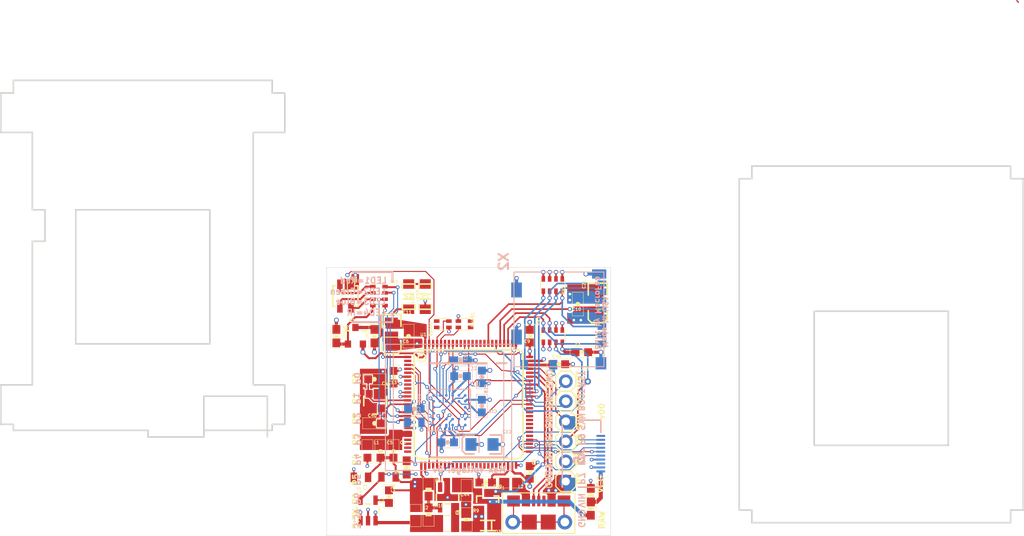
<source format=kicad_pcb>
(kicad_pcb (version 20171130) (host pcbnew "(5.1.4)-1")
  (layers (0 Top signal) (1 GND signal hide) (2 VCC signal hide) (31 Bottom signal) (34 B.Paste user hide) (35 F.Paste user hide) (36 B.SilkS user hide) (37 F.SilkS user hide) (38 B.Mask user hide) (39 F.Mask user hide) (44 Edge.Cuts user))
  (net 0 "")
  (net 1 GND)
  (net 2 VBUS)
  (net 3 VCC)
  (net 4 RAW)
  (net 5 VIN)
  (net 6 "Net-(C40-Pad2)")
  (net 7 "Net-(C41-Pad2)")
  (net 8 "Net-(C4-Pad1)")
  (net 9 /SDIO_D2)
  (net 10 /SDIO_D3)
  (net 11 /NRST)
  (net 12 /BOOT0)
  (net 13 /SDIO_CMD)
  (net 14 /SDIO_D0)
  (net 15 /SDIO_D1)
  (net 16 /SD_CD)
  (net 17 "Net-(Q1-Pad1)")
  (net 18 "Net-(Q1-Pad3)")
  (net 19 "Net-(LED1-PadB)")
  (net 20 "Net-(LED1-PadG)")
  (net 21 "Net-(LED1-PadR)")
  (net 22 "Net-(C48-Pad1)")
  (net 23 "Net-(C49-Pad1)")
  (net 24 /TIM4_CH1)
  (net 25 /TIM4_CH2)
  (net 26 /TIM4_CH3)
  (net 27 /DAC)
  (net 28 /I2C2_SDA)
  (net 29 /I2C2_SCL)
  (net 30 /SPI2_NSS)
  (net 31 /SPI2_SCLK)
  (net 32 /SPI2_MISO)
  (net 33 /SPI2_MOSI)
  (net 34 "Net-(LED3-PadC)")
  (net 35 /DCMI_D3)
  (net 36 /DCMI_D2)
  (net 37 /I2C1_SDA)
  (net 38 /I2C1_SCL)
  (net 39 /DCMI_VSYNC)
  (net 40 /DCMI_D5)
  (net 41 /SPI3_MOSI)
  (net 42 /SPI3_MISO)
  (net 43 /SPI3_SCLK/TRACESWO)
  (net 44 /DCMI_PWDN)
  (net 45 /UART2_RX)
  (net 46 /UART2_TX)
  (net 47 /GPIO2)
  (net 48 /GPIO1)
  (net 49 /GPIO3)
  (net 50 /SDIO_CLK)
  (net 51 /SPI3_SSEL)
  (net 52 /SWCLK)
  (net 53 /SWDIO)
  (net 54 /FS_DP)
  (net 55 /FS_DM)
  (net 56 /DCMI_RST)
  (net 57 /DCMI_CLK)
  (net 58 /DCMI_D1)
  (net 59 /DCMI_D0)
  (net 60 "Net-(U1-Pad62)")
  (net 61 "Net-(U1-Pad58)")
  (net 62 "Net-(U1-Pad57)")
  (net 63 /FREX)
  (net 64 /EXPST)
  (net 65 "Net-(U1-Pad45)")
  (net 66 "Net-(U1-Pad44)")
  (net 67 "Net-(U1-Pad43)")
  (net 68 "Net-(U1-Pad42)")
  (net 69 "Net-(U1-Pad41)")
  (net 70 "Net-(U1-Pad40)")
  (net 71 "Net-(U1-Pad39)")
  (net 72 "Net-(U1-Pad38)")
  (net 73 "Net-(U1-Pad37)")
  (net 74 "Net-(U1-Pad36)")
  (net 75 "Net-(U1-Pad35)")
  (net 76 "Net-(U1-Pad34)")
  (net 77 "Net-(U1-Pad33)")
  (net 78 "Net-(U1-Pad32)")
  (net 79 "Net-(U1-Pad31)")
  (net 80 /DCMI_PCLK)
  (net 81 /DCMI_HSYNC)
  (net 82 "Net-(U1-Pad25)")
  (net 83 "Net-(U1-Pad24)")
  (net 84 "Net-(U1-Pad23)")
  (net 85 "Net-(U1-Pad22)")
  (net 86 "Net-(U1-Pad18)")
  (net 87 /LED_B)
  (net 88 /LED_G)
  (net 89 /LED_R)
  (net 90 "Net-(U1-Pad9)")
  (net 91 "Net-(U1-Pad8)")
  (net 92 "Net-(U1-Pad7)")
  (net 93 /DCMI_D7)
  (net 94 /DCMI_D6)
  (net 95 /DCMI_D4)
  (net 96 "Net-(U1-Pad2)")
  (net 97 /LED_IR)
  (net 98 "Net-(L2-Pad1)")
  (net 99 "Net-(L3-Pad1)")
  (net 100 "Net-(R10-Pad1)")
  (net 101 "Net-(X1-PadS1)")
  (net 102 "Net-(X1-Pad4)")
  (net 103 "Net-(U2-PadE2)")
  (net 104 "Net-(U2-PadA6)")
  (net 105 "Net-(C16-Pad1)")
  (net 106 "Net-(C17-Pad1)")
  (net 107 "Net-(C15-Pad1)")
  (net 108 "Net-(C7-Pad1)")
  (net 109 VDDA)
  (net 110 "Net-(LED2-PadC)")
  (net 111 /DCMI_FSIN)
  (net 112 /PWR_EN)
  (net 113 /FSIN)
  (net 114 "Net-(J5-Pad10)")
  (net 115 "Net-(J5-Pad3)")
  (net 116 "Net-(R4-Pad2)")
  (net 117 "Net-(J5-Pad1)")
  (module base:0603-RES (layer Top) (at 163.98962 122.359541 270)
    (fp_text reference R7 hide)
    (fp_text value 0)
    (pad 2 smd rect (at 0.85 0 270) (size 1.1 1) (layers Top F.Paste F.Mask) (net 117 "Net-(J5-Pad1)"))
    (pad 1 smd rect (at -0.85 0 270) (size 1.1 1) (layers Top F.Paste F.Mask) (net 3 VCC))
  )
  (module base:0603-RES (layer Top) (at 163.99002 124.05868 270)
    (fp_text reference R6 hide)
    (fp_text value 0)
    (pad 2 smd rect (at 0.85 0 270) (size 1.1 1) (layers Top F.Paste F.Mask) (net 4 RAW))
    (pad 1 smd rect (at -0.85 0 270) (size 1.1 1) (layers Top F.Paste F.Mask) (net 117 "Net-(J5-Pad1)"))
  )
  (module XF2M-1015-1A:XF2M-1015-1A (layer Bottom) (at 165.25 117.1 90)
    (fp_text reference J5 (at -0.37186 -2.68404 90) (layer B.SilkS) (effects (font (size 1.27 1.27) (thickness 0.254)) (justify mirror)))
    (fp_text value XF2M-1015-1A hide)
    (pad 12 smd rect (at 3.9 -3.9) (size 1.5 1.7) (layers Bottom B.Paste B.Mask))
    (pad 11 smd rect (at -3.9 -3.9) (size 1.5 1.7) (layers Bottom B.Paste B.Mask))
    (pad 10 smd rect (at 2.25 0 90) (size 0.25 1.1) (layers Bottom B.Paste B.Mask) (net 114 "Net-(J5-Pad10)"))
    (pad 9 smd rect (at 1.75 0 90) (size 0.25 1.1) (layers Bottom B.Paste B.Mask) (net 30 /SPI2_NSS))
    (pad 8 smd rect (at 1.25 0 90) (size 0.25 1.1) (layers Bottom B.Paste B.Mask) (net 31 /SPI2_SCLK))
    (pad 7 smd rect (at 0.75 0 90) (size 0.25 1.1) (layers Bottom B.Paste B.Mask) (net 32 /SPI2_MISO))
    (pad 6 smd rect (at 0.25 0 90) (size 0.25 1.1) (layers Bottom B.Paste B.Mask) (net 112 /PWR_EN))
    (pad 5 smd rect (at -0.25 0 90) (size 0.25 1.1) (layers Bottom B.Paste B.Mask) (net 33 /SPI2_MOSI))
    (pad 4 smd rect (at -0.75 0 90) (size 0.25 1.1) (layers Bottom B.Paste B.Mask) (net 1 GND))
    (pad 3 smd rect (at -1.25 0 90) (size 0.25 1.1) (layers Bottom B.Paste B.Mask) (net 115 "Net-(J5-Pad3)"))
    (pad 2 smd rect (at -1.75 0 90) (size 0.25 1.1) (layers Bottom B.Paste B.Mask) (net 1 GND))
    (pad 1 smd rect (at -2.25 0 90) (size 0.25 1.1) (layers Bottom B.Paste B.Mask) (net 117 "Net-(J5-Pad1)"))
  )
  (module base:0603-RES (layer Top) (at 140.65 118.85 90)
    (fp_text reference R4 (at -0.889 -0.762) (layer F.SilkS) (effects (font (size 0.38608 0.38608) (thickness 0.077216)) (justify right bottom)))
    (fp_text value 0)
    (pad 2 smd rect (at 0.85 0 90) (size 1.1 1) (layers Top F.Paste F.Mask) (net 116 "Net-(R4-Pad2)"))
    (pad 1 smd rect (at -0.85 0 90) (size 1.1 1) (layers Top F.Paste F.Mask) (net 109 VDDA))
  )
  (module openmv3:0603-CAP (layer Bottom) (at 141.6214 111.4289 180)
    (fp_text reference C19 (at -0.889 0.762 90) (layer B.SilkS) (effects (font (size 0.38608 0.38608) (thickness 0.077216)) (justify right bottom mirror)))
    (fp_text value 0.1uF)
    (pad 2 smd rect (at 0.8 0 180) (size 1 1) (layers Bottom B.Paste B.Mask) (net 1 GND))
    (pad 1 smd rect (at -0.8 0 180) (size 1 1) (layers Bottom B.Paste B.Mask) (net 3 VCC))
  )
  (module base:0603-RES (layer Bottom) (at 147.4751 105.2704 180)
    (fp_text reference R3 (at -0.889 0.762 270) (layer B.SilkS) (effects (font (size 0.38608 0.38608) (thickness 0.077216)) (justify left bottom mirror)))
    (fp_text value 10K)
    (pad 2 smd rect (at 0.85 0 180) (size 1.1 1) (layers Bottom B.Paste B.Mask) (net 111 /DCMI_FSIN))
    (pad 1 smd rect (at -0.85 0 180) (size 1.1 1) (layers Bottom B.Paste B.Mask) (net 1 GND))
  )
  (module openmv3:CSP2-28 (layer Bottom) (at 146.0711 111.5714 180)
    (fp_text reference U2 (at -2.7 2.9) (layer B.SilkS) (effects (font (size 0.57912 0.57912) (thickness 0.115824)) (justify right bottom mirror)))
    (fp_text value OV7725)
    (pad E5 smd roundrect (at 1.2 -1.15 180) (size 0.34 0.34) (layers Bottom B.Paste B.Mask) (roundrect_rratio 0.5) (net 3 VCC))
    (pad E4 smd roundrect (at 0.4 -1.15 180) (size 0.34 0.34) (layers Bottom B.Paste B.Mask) (roundrect_rratio 0.5) (net 80 /DCMI_PCLK))
    (pad E3 smd roundrect (at -0.4 -1.15 180) (size 0.34 0.34) (layers Bottom B.Paste B.Mask) (roundrect_rratio 0.5) (net 107 "Net-(C15-Pad1)"))
    (pad E2 smd roundrect (at -1.2 -1.15 180) (size 0.34 0.34) (layers Bottom B.Paste B.Mask) (roundrect_rratio 0.5) (net 103 "Net-(U2-PadE2)"))
    (pad F6 smd roundrect (at 2 -1.9 180) (size 0.34 0.34) (layers Bottom B.Paste B.Mask) (roundrect_rratio 0.5) (net 94 /DCMI_D6))
    (pad E6 smd roundrect (at 2 -1.15 180) (size 0.34 0.34) (layers Bottom B.Paste B.Mask) (roundrect_rratio 0.5) (net 95 /DCMI_D4))
    (pad D6 smd roundrect (at 2 -0.4 180) (size 0.34 0.34) (layers Bottom B.Paste B.Mask) (roundrect_rratio 0.5) (net 36 /DCMI_D2))
    (pad C6 smd roundrect (at 2 0.35 180) (size 0.34 0.34) (layers Bottom B.Paste B.Mask) (roundrect_rratio 0.5) (net 39 /DCMI_VSYNC))
    (pad F5 smd roundrect (at 1.2 -1.9 180) (size 0.34 0.34) (layers Bottom B.Paste B.Mask) (roundrect_rratio 0.5) (net 59 /DCMI_D0))
    (pad F4 smd roundrect (at 0.4 -1.9 180) (size 0.34 0.34) (layers Bottom B.Paste B.Mask) (roundrect_rratio 0.5) (net 1 GND))
    (pad F3 smd roundrect (at -0.4 -1.9 180) (size 0.34 0.34) (layers Bottom B.Paste B.Mask) (roundrect_rratio 0.5) (net 57 /DCMI_CLK))
    (pad F2 smd roundrect (at -1.2 -1.9 180) (size 0.34 0.34) (layers Bottom B.Paste B.Mask) (roundrect_rratio 0.5) (net 58 /DCMI_D1))
    (pad D1 smd roundrect (at -2 -0.4 180) (size 0.34 0.34) (layers Bottom B.Paste B.Mask) (roundrect_rratio 0.5) (net 35 /DCMI_D3))
    (pad F1 smd roundrect (at -2 -1.9 180) (size 0.34 0.34) (layers Bottom B.Paste B.Mask) (roundrect_rratio 0.5) (net 93 /DCMI_D7))
    (pad E1 smd roundrect (at -2 -1.15 180) (size 0.34 0.34) (layers Bottom B.Paste B.Mask) (roundrect_rratio 0.5) (net 40 /DCMI_D5))
    (pad C1 smd roundrect (at -2 0.35 180) (size 0.34 0.34) (layers Bottom B.Paste B.Mask) (roundrect_rratio 0.5) (net 44 /DCMI_PWDN))
    (pad B6 smd roundrect (at 2 1.1 180) (size 0.34 0.34) (layers Bottom B.Paste B.Mask) (roundrect_rratio 0.5) (net 81 /DCMI_HSYNC))
    (pad B5 smd roundrect (at 1.2 1.1 180) (size 0.34 0.34) (layers Bottom B.Paste B.Mask) (roundrect_rratio 0.5) (net 37 /I2C1_SDA))
    (pad B4 smd roundrect (at 0.4 1.1 180) (size 0.34 0.34) (layers Bottom B.Paste B.Mask) (roundrect_rratio 0.5) (net 1 GND))
    (pad B3 smd roundrect (at -0.4 1.1 180) (size 0.34 0.34) (layers Bottom B.Paste B.Mask) (roundrect_rratio 0.5) (net 116 "Net-(R4-Pad2)"))
    (pad B2 smd roundrect (at -1.2 1.1 180) (size 0.34 0.34) (layers Bottom B.Paste B.Mask) (roundrect_rratio 0.5) (net 105 "Net-(C16-Pad1)"))
    (pad B1 smd roundrect (at -2 1.1 180) (size 0.34 0.34) (layers Bottom B.Paste B.Mask) (roundrect_rratio 0.5) (net 1 GND))
    (pad A6 smd roundrect (at 2 1.85 180) (size 0.34 0.34) (layers Bottom B.Paste B.Mask) (roundrect_rratio 0.5) (net 104 "Net-(U2-PadA6)"))
    (pad A5 smd roundrect (at 1.2 1.85 180) (size 0.34 0.34) (layers Bottom B.Paste B.Mask) (roundrect_rratio 0.5) (net 38 /I2C1_SCL))
    (pad A4 smd roundrect (at 0.4 1.85 180) (size 0.34 0.34) (layers Bottom B.Paste B.Mask) (roundrect_rratio 0.5) (net 111 /DCMI_FSIN))
    (pad A3 smd roundrect (at -0.4 1.85 180) (size 0.34 0.34) (layers Bottom B.Paste B.Mask) (roundrect_rratio 0.5) (net 106 "Net-(C17-Pad1)"))
    (pad A2 smd roundrect (at -1.2 1.85 180) (size 0.34 0.34) (layers Bottom B.Paste B.Mask) (roundrect_rratio 0.5) (net 56 /DCMI_RST))
    (pad A1 smd roundrect (at -2 1.85 180) (size 0.34 0.34) (layers Bottom B.Paste B.Mask) (roundrect_rratio 0.5) (net 116 "Net-(R4-Pad2)"))
  )
  (module openmv3:EXBV4V (layer Top) (at 147.975 100.7 270)
    (fp_text reference RN4B1 (at -1.5875 -1.27 90) (layer F.SilkS) (effects (font (size 0.38608 0.38608) (thickness 0.077216)) (justify right bottom)))
    (fp_text value 4.7K)
    (pad 4 smd rect (at -0.4 -0.775 90) (size 0.45 0.7) (layers Top F.Paste F.Mask))
    (pad 3 smd rect (at 0.4 -0.775 90) (size 0.45 0.7) (layers Top F.Paste F.Mask))
    (pad 2 smd rect (at 0.4 0.775 270) (size 0.45 0.7) (layers Top F.Paste F.Mask) (net 38 /I2C1_SCL))
    (pad 1 smd rect (at -0.4 0.775 270) (size 0.45 0.7) (layers Top F.Paste F.Mask) (net 3 VCC))
  )
  (module openmv3:EXBV4V (layer Top) (at 145.225 100.7 90)
    (fp_text reference RN4A1 (at -1.5875 -1.27 90) (layer F.SilkS) (effects (font (size 0.38608 0.38608) (thickness 0.077216)) (justify left bottom)))
    (fp_text value 4.7K)
    (pad 4 smd rect (at -0.4 -0.775 270) (size 0.45 0.7) (layers Top F.Paste F.Mask))
    (pad 3 smd rect (at 0.4 -0.775 270) (size 0.45 0.7) (layers Top F.Paste F.Mask))
    (pad 2 smd rect (at 0.4 0.775 90) (size 0.45 0.7) (layers Top F.Paste F.Mask) (net 37 /I2C1_SDA))
    (pad 1 smd rect (at -0.4 0.775 90) (size 0.45 0.7) (layers Top F.Paste F.Mask) (net 3 VCC))
  )
  (module base:SOT23-5 (layer Top) (at 135.75 124.2999)
    (fp_text reference U5 (at -0.889 -2.159 -270) (layer F.SilkS) (effects (font (size 0.38608 0.38608) (thickness 0.077216)) (justify left bottom)))
    (fp_text value TPS731XX)
    (pad 5 smd rect (at -0.95 -1.3001) (size 0.55 1.2) (layers Top F.Paste F.Mask) (net 109 VDDA))
    (pad 4 smd rect (at 0.95 -1.3001) (size 0.55 1.2) (layers Top F.Paste F.Mask) (net 108 "Net-(C7-Pad1)"))
    (pad 3 smd rect (at 0.95 1.3001) (size 0.55 1.2) (layers Top F.Paste F.Mask) (net 3 VCC))
    (pad 2 smd rect (at 0 1.3001) (size 0.55 1.2) (layers Top F.Paste F.Mask) (net 1 GND))
    (pad 1 smd rect (at -0.95 1.3001) (size 0.55 1.2) (layers Top F.Paste F.Mask) (net 3 VCC))
  )
  (module base:LED-1206 (layer Top) (at 140.9 97.2 270)
    (fp_text reference LED3 (at -0.889 -1.397 270) (layer F.SilkS) (effects (font (size 0.38608 0.38608) (thickness 0.077216)) (justify right bottom)))
    (fp_text value VSMY12850)
    (pad C smd rect (at 1.6 0 270) (size 1.2 1.4) (layers Top F.Paste F.Mask) (net 34 "Net-(LED3-PadC)"))
    (pad A smd rect (at -1.6 0 270) (size 1.2 1.4) (layers Top F.Paste F.Mask) (net 110 "Net-(LED2-PadC)"))
  )
  (module base:LED-1206 (layer Top) (at 143 97.2 90)
    (fp_text reference LED2 (at -0.889 -1.397 -90) (layer F.SilkS) (effects (font (size 0.38608 0.38608) (thickness 0.077216)) (justify left bottom)))
    (fp_text value VSMY12850)
    (pad C smd rect (at 1.6 0 90) (size 1.2 1.4) (layers Top F.Paste F.Mask) (net 110 "Net-(LED2-PadC)"))
    (pad A smd rect (at -1.6 0 90) (size 1.2 1.4) (layers Top F.Paste F.Mask) (net 3 VCC))
  )
  (module base:0805 (layer Top) (at 138.35 120.05 180)
    (fp_text reference C22 (at -0.762 -0.8255 270) (layer F.SilkS) (effects (font (size 0.38608 0.38608) (thickness 0.077216)) (justify right bottom)))
    (fp_text value 10uF)
    (pad 2 smd rect (at 0.9 0 180) (size 0.8 1.2) (layers Top F.Paste F.Mask) (net 109 VDDA))
    (pad 1 smd rect (at -0.9 0 180) (size 0.8 1.2) (layers Top F.Paste F.Mask) (net 1 GND))
  )
  (module base:EIA3216 (layer Top) (at 164.86124 97.9932 270)
    (fp_text reference C21 (at -1.75006 1.524 90) (layer F.SilkS) (effects (font (size 0.38608 0.38608) (thickness 0.077216)) (justify left bottom)))
    (fp_text value 47uF)
    (pad A smd rect (at 1.4 0) (size 1.6 1.4) (layers Top F.Paste F.Mask) (net 3 VCC))
    (pad C smd rect (at -1.4 0) (size 1.6 1.4) (layers Top F.Paste F.Mask) (net 1 GND))
  )
  (module base:0603-CAP (layer Bottom) (at 150.1711 107.3714 90)
    (fp_text reference C18 (at -0.889 0.762 270) (layer B.SilkS) (effects (font (size 0.38608 0.38608) (thickness 0.077216)) (justify left bottom mirror)))
    (fp_text value 4.7uF)
    (pad 2 smd rect (at 0.8 0 90) (size 1 1) (layers Bottom B.Paste B.Mask) (net 1 GND))
    (pad 1 smd rect (at -0.8 0 90) (size 1 1) (layers Bottom B.Paste B.Mask) (net 3 VCC))
  )
  (module base:0603-CAP (layer Top) (at 138.4 122.55 90)
    (fp_text reference C7 (at -0.889 -0.762 90) (layer F.SilkS) (effects (font (size 0.38608 0.38608) (thickness 0.077216)) (justify left bottom)))
    (fp_text value 0.1uF)
    (pad 2 smd rect (at 0.8 0 90) (size 1 1) (layers Top F.Paste F.Mask) (net 1 GND))
    (pad 1 smd rect (at -0.8 0 90) (size 1 1) (layers Top F.Paste F.Mask) (net 108 "Net-(C7-Pad1)"))
  )
  (module base:0805 (layer Top) (at 134.85 120.1 180)
    (fp_text reference C3 (at -0.762 -0.8255 270) (layer F.SilkS) (effects (font (size 0.38608 0.38608) (thickness 0.077216)) (justify right bottom)))
    (fp_text value 10uF)
    (pad 2 smd rect (at 0.9 0 180) (size 0.8 1.2) (layers Top F.Paste F.Mask) (net 3 VCC))
    (pad 1 smd rect (at -0.9 0 180) (size 0.8 1.2) (layers Top F.Paste F.Mask) (net 1 GND))
  )
  (module openmv3:EIA3216 (layer Bottom) (at 150.1921 115.9384 180)
    (fp_text reference C12 (at -2.54 1.381) (layer B.SilkS) (effects (font (size 0.38608 0.38608) (thickness 0.077216)) (justify right bottom mirror)))
    (fp_text value 47uF)
    (pad A smd rect (at 1.4 0 90) (size 1.6 1.4) (layers Bottom B.Paste B.Mask) (net 3 VCC))
    (pad C smd rect (at -1.4 0 90) (size 1.6 1.4) (layers Bottom B.Paste B.Mask) (net 1 GND))
  )
  (module openmv3:0603-CAP (layer Bottom) (at 145.8441 115.6714 180)
    (fp_text reference C15 (at -0.889 0.762) (layer B.SilkS) (effects (font (size 0.38608 0.38608) (thickness 0.077216)) (justify right bottom mirror)))
    (fp_text value 0.1uF)
    (pad 2 smd rect (at 0.8 0 180) (size 1 1) (layers Bottom B.Paste B.Mask) (net 1 GND))
    (pad 1 smd rect (at -0.8 0 180) (size 1 1) (layers Bottom B.Paste B.Mask) (net 107 "Net-(C15-Pad1)"))
  )
  (module openmv3:0603-CAP (layer Bottom) (at 150.1711 111.0714 90)
    (fp_text reference C16 (at -0.889 0.762) (layer B.SilkS) (effects (font (size 0.38608 0.38608) (thickness 0.077216)) (justify right bottom mirror)))
    (fp_text value 0.1uF)
    (pad 2 smd rect (at 0.8 0 90) (size 1 1) (layers Bottom B.Paste B.Mask) (net 1 GND))
    (pad 1 smd rect (at -0.8 0 90) (size 1 1) (layers Bottom B.Paste B.Mask) (net 105 "Net-(C16-Pad1)"))
  )
  (module openmv3:0805 (layer Bottom) (at 141.6214 113.1289 180)
    (fp_text reference C20 (at -0.762 0.8255 90) (layer B.SilkS) (effects (font (size 0.38608 0.38608) (thickness 0.077216)) (justify right bottom mirror)))
    (fp_text value 22uF)
    (pad 2 smd rect (at 0.9 0 180) (size 0.8 1.2) (layers Bottom B.Paste B.Mask) (net 1 GND))
    (pad 1 smd rect (at -0.9 0 180) (size 0.8 1.2) (layers Bottom B.Paste B.Mask) (net 3 VCC))
  )
  (module openmv3:0603-CAP (layer Bottom) (at 147.471106 107.271371 180)
    (fp_text reference C17 (at -0.889 0.762) (layer B.SilkS) (effects (font (size 0.38608 0.38608) (thickness 0.077216)) (justify right bottom mirror)))
    (fp_text value 0.1uF)
    (pad 2 smd rect (at 0.8 0 180) (size 1 1) (layers Bottom B.Paste B.Mask) (net 1 GND))
    (pad 1 smd rect (at -0.8 0 180) (size 1 1) (layers Bottom B.Paste B.Mask) (net 106 "Net-(C17-Pad1)"))
  )
  (module base:LQFP100 (layer Top) (at 148.5011 110.8456)
    (fp_text reference U1 (at -6.175 -8.62) (layer F.SilkS) (effects (font (size 0.38608 0.38608) (thickness 0.077216)) (justify left bottom)))
    (fp_text value STM32H743VIT6)
    (pad 100 smd rect (at -6 -7.72) (size 0.3 0.9) (layers Top F.Paste F.Mask) (net 3 VCC))
    (pad 99 smd rect (at -5.5 -7.72) (size 0.3 0.9) (layers Top F.Paste F.Mask) (net 1 GND))
    (pad 98 smd rect (at -5 -7.72) (size 0.3 0.9) (layers Top F.Paste F.Mask) (net 35 /DCMI_D3))
    (pad 97 smd rect (at -4.5 -7.72) (size 0.3 0.9) (layers Top F.Paste F.Mask) (net 36 /DCMI_D2))
    (pad 96 smd rect (at -4 -7.72) (size 0.3 0.9) (layers Top F.Paste F.Mask) (net 37 /I2C1_SDA))
    (pad 95 smd rect (at -3.5 -7.72) (size 0.3 0.9) (layers Top F.Paste F.Mask) (net 38 /I2C1_SCL))
    (pad 94 smd rect (at -3 -7.72) (size 0.3 0.9) (layers Top F.Paste F.Mask) (net 12 /BOOT0))
    (pad 93 smd rect (at -2.5 -7.72) (size 0.3 0.9) (layers Top F.Paste F.Mask) (net 39 /DCMI_VSYNC))
    (pad 92 smd rect (at -2 -7.72) (size 0.3 0.9) (layers Top F.Paste F.Mask) (net 40 /DCMI_D5))
    (pad 91 smd rect (at -1.5 -7.72) (size 0.3 0.9) (layers Top F.Paste F.Mask) (net 41 /SPI3_MOSI))
    (pad 90 smd rect (at -1 -7.72) (size 0.3 0.9) (layers Top F.Paste F.Mask) (net 42 /SPI3_MISO))
    (pad 89 smd rect (at -0.5 -7.72) (size 0.3 0.9) (layers Top F.Paste F.Mask) (net 43 /SPI3_SCLK/TRACESWO))
    (pad 88 smd rect (at 0 -7.72) (size 0.3 0.9) (layers Top F.Paste F.Mask) (net 44 /DCMI_PWDN))
    (pad 87 smd rect (at 0.5 -7.72) (size 0.3 0.9) (layers Top F.Paste F.Mask) (net 45 /UART2_RX))
    (pad 86 smd rect (at 1 -7.72) (size 0.3 0.9) (layers Top F.Paste F.Mask) (net 46 /UART2_TX))
    (pad 85 smd rect (at 1.5 -7.72) (size 0.3 0.9) (layers Top F.Paste F.Mask) (net 47 /GPIO2))
    (pad 84 smd rect (at 2 -7.72) (size 0.3 0.9) (layers Top F.Paste F.Mask) (net 48 /GPIO1))
    (pad 83 smd rect (at 2.5 -7.72) (size 0.3 0.9) (layers Top F.Paste F.Mask) (net 13 /SDIO_CMD))
    (pad 82 smd rect (at 3 -7.72) (size 0.3 0.9) (layers Top F.Paste F.Mask) (net 49 /GPIO3))
    (pad 81 smd rect (at 3.5 -7.72) (size 0.3 0.9) (layers Top F.Paste F.Mask) (net 16 /SD_CD))
    (pad 80 smd rect (at 4 -7.72) (size 0.3 0.9) (layers Top F.Paste F.Mask) (net 50 /SDIO_CLK))
    (pad 79 smd rect (at 4.5 -7.72) (size 0.3 0.9) (layers Top F.Paste F.Mask) (net 10 /SDIO_D3))
    (pad 78 smd rect (at 5 -7.72) (size 0.3 0.9) (layers Top F.Paste F.Mask) (net 9 /SDIO_D2))
    (pad 77 smd rect (at 5.5 -7.72) (size 0.3 0.9) (layers Top F.Paste F.Mask) (net 51 /SPI3_SSEL))
    (pad 76 smd rect (at 6 -7.72) (size 0.3 0.9) (layers Top F.Paste F.Mask) (net 52 /SWCLK))
    (pad 75 smd rect (at 7.72 -6) (size 0.9 0.3) (layers Top F.Paste F.Mask) (net 3 VCC))
    (pad 74 smd rect (at 7.72 -5.5) (size 0.9 0.3) (layers Top F.Paste F.Mask) (net 1 GND))
    (pad 73 smd rect (at 7.72 -5) (size 0.9 0.3) (layers Top F.Paste F.Mask) (net 22 "Net-(C48-Pad1)"))
    (pad 72 smd rect (at 7.72 -4.5) (size 0.9 0.3) (layers Top F.Paste F.Mask) (net 53 /SWDIO))
    (pad 71 smd rect (at 7.72 -4) (size 0.9 0.3) (layers Top F.Paste F.Mask) (net 54 /FS_DP))
    (pad 70 smd rect (at 7.72 -3.5) (size 0.9 0.3) (layers Top F.Paste F.Mask) (net 55 /FS_DM))
    (pad 69 smd rect (at 7.72 -3) (size 0.9 0.3) (layers Top F.Paste F.Mask) (net 56 /DCMI_RST))
    (pad 68 smd rect (at 7.72 -2.5) (size 0.9 0.3) (layers Top F.Paste F.Mask) (net 2 VBUS))
    (pad 67 smd rect (at 7.72 -2) (size 0.9 0.3) (layers Top F.Paste F.Mask) (net 57 /DCMI_CLK))
    (pad 66 smd rect (at 7.72 -1.5) (size 0.9 0.3) (layers Top F.Paste F.Mask) (net 15 /SDIO_D1))
    (pad 65 smd rect (at 7.72 -1) (size 0.9 0.3) (layers Top F.Paste F.Mask) (net 14 /SDIO_D0))
    (pad 64 smd rect (at 7.72 -0.5) (size 0.9 0.3) (layers Top F.Paste F.Mask) (net 58 /DCMI_D1))
    (pad 63 smd rect (at 7.72 0) (size 0.9 0.3) (layers Top F.Paste F.Mask) (net 59 /DCMI_D0))
    (pad 62 smd rect (at 7.72 0.5) (size 0.9 0.3) (layers Top F.Paste F.Mask) (net 60 "Net-(U1-Pad62)"))
    (pad 61 smd rect (at 7.72 1) (size 0.9 0.3) (layers Top F.Paste F.Mask) (net 26 /TIM4_CH3))
    (pad 60 smd rect (at 7.72 1.5) (size 0.9 0.3) (layers Top F.Paste F.Mask) (net 25 /TIM4_CH2))
    (pad 59 smd rect (at 7.72 2) (size 0.9 0.3) (layers Top F.Paste F.Mask) (net 24 /TIM4_CH1))
    (pad 58 smd rect (at 7.72 2.5) (size 0.9 0.3) (layers Top F.Paste F.Mask) (net 61 "Net-(U1-Pad58)"))
    (pad 57 smd rect (at 7.72 3) (size 0.9 0.3) (layers Top F.Paste F.Mask) (net 62 "Net-(U1-Pad57)"))
    (pad 56 smd rect (at 7.72 3.5) (size 0.9 0.3) (layers Top F.Paste F.Mask) (net 63 /FREX))
    (pad 55 smd rect (at 7.72 4) (size 0.9 0.3) (layers Top F.Paste F.Mask) (net 64 /EXPST))
    (pad 54 smd rect (at 7.72 4.5) (size 0.9 0.3) (layers Top F.Paste F.Mask) (net 33 /SPI2_MOSI))
    (pad 53 smd rect (at 7.72 5) (size 0.9 0.3) (layers Top F.Paste F.Mask) (net 32 /SPI2_MISO))
    (pad 52 smd rect (at 7.72 5.5) (size 0.9 0.3) (layers Top F.Paste F.Mask) (net 31 /SPI2_SCLK))
    (pad 51 smd rect (at 7.72 6) (size 0.9 0.3) (layers Top F.Paste F.Mask) (net 30 /SPI2_NSS))
    (pad 50 smd rect (at 6 7.72) (size 0.3 0.9) (layers Top F.Paste F.Mask) (net 3 VCC))
    (pad 49 smd rect (at 5.5 7.72) (size 0.3 0.9) (layers Top F.Paste F.Mask) (net 1 GND))
    (pad 48 smd rect (at 5 7.72) (size 0.3 0.9) (layers Top F.Paste F.Mask) (net 23 "Net-(C49-Pad1)"))
    (pad 47 smd rect (at 4.5 7.72) (size 0.3 0.9) (layers Top F.Paste F.Mask) (net 28 /I2C2_SDA))
    (pad 46 smd rect (at 4 7.72) (size 0.3 0.9) (layers Top F.Paste F.Mask) (net 29 /I2C2_SCL))
    (pad 45 smd rect (at 3.5 7.72) (size 0.3 0.9) (layers Top F.Paste F.Mask) (net 65 "Net-(U1-Pad45)"))
    (pad 44 smd rect (at 3 7.72) (size 0.3 0.9) (layers Top F.Paste F.Mask) (net 66 "Net-(U1-Pad44)"))
    (pad 43 smd rect (at 2.5 7.72) (size 0.3 0.9) (layers Top F.Paste F.Mask) (net 67 "Net-(U1-Pad43)"))
    (pad 42 smd rect (at 2 7.72) (size 0.3 0.9) (layers Top F.Paste F.Mask) (net 68 "Net-(U1-Pad42)"))
    (pad 41 smd rect (at 1.5 7.72) (size 0.3 0.9) (layers Top F.Paste F.Mask) (net 69 "Net-(U1-Pad41)"))
    (pad 40 smd rect (at 1 7.72) (size 0.3 0.9) (layers Top F.Paste F.Mask) (net 70 "Net-(U1-Pad40)"))
    (pad 39 smd rect (at 0.5 7.72) (size 0.3 0.9) (layers Top F.Paste F.Mask) (net 71 "Net-(U1-Pad39)"))
    (pad 38 smd rect (at 0 7.72) (size 0.3 0.9) (layers Top F.Paste F.Mask) (net 72 "Net-(U1-Pad38)"))
    (pad 37 smd rect (at -0.5 7.72) (size 0.3 0.9) (layers Top F.Paste F.Mask) (net 73 "Net-(U1-Pad37)"))
    (pad 36 smd rect (at -1 7.72) (size 0.3 0.9) (layers Top F.Paste F.Mask) (net 74 "Net-(U1-Pad36)"))
    (pad 35 smd rect (at -1.5 7.72) (size 0.3 0.9) (layers Top F.Paste F.Mask) (net 75 "Net-(U1-Pad35)"))
    (pad 34 smd rect (at -2 7.72) (size 0.3 0.9) (layers Top F.Paste F.Mask) (net 76 "Net-(U1-Pad34)"))
    (pad 33 smd rect (at -2.5 7.72) (size 0.3 0.9) (layers Top F.Paste F.Mask) (net 77 "Net-(U1-Pad33)"))
    (pad 32 smd rect (at -3 7.72) (size 0.3 0.9) (layers Top F.Paste F.Mask) (net 78 "Net-(U1-Pad32)"))
    (pad 31 smd rect (at -3.5 7.72) (size 0.3 0.9) (layers Top F.Paste F.Mask) (net 79 "Net-(U1-Pad31)"))
    (pad 30 smd rect (at -4 7.72) (size 0.3 0.9) (layers Top F.Paste F.Mask) (net 80 /DCMI_PCLK))
    (pad 29 smd rect (at -4.5 7.72) (size 0.3 0.9) (layers Top F.Paste F.Mask) (net 27 /DAC))
    (pad 28 smd rect (at -5 7.72) (size 0.3 0.9) (layers Top F.Paste F.Mask) (net 81 /DCMI_HSYNC))
    (pad 27 smd rect (at -5.5 7.72) (size 0.3 0.9) (layers Top F.Paste F.Mask) (net 3 VCC))
    (pad 26 smd rect (at -6 7.72) (size 0.3 0.9) (layers Top F.Paste F.Mask) (net 1 GND))
    (pad 25 smd rect (at -7.72 6) (size 0.9 0.3) (layers Top F.Paste F.Mask) (net 82 "Net-(U1-Pad25)"))
    (pad 24 smd rect (at -7.72 5.5) (size 0.9 0.3) (layers Top F.Paste F.Mask) (net 83 "Net-(U1-Pad24)"))
    (pad 23 smd rect (at -7.72 5) (size 0.9 0.3) (layers Top F.Paste F.Mask) (net 84 "Net-(U1-Pad23)"))
    (pad 22 smd rect (at -7.72 4.5) (size 0.9 0.3) (layers Top F.Paste F.Mask) (net 85 "Net-(U1-Pad22)"))
    (pad 21 smd rect (at -7.72 4) (size 0.9 0.3) (layers Top F.Paste F.Mask) (net 8 "Net-(C4-Pad1)"))
    (pad 20 smd rect (at -7.72 3.5) (size 0.9 0.3) (layers Top F.Paste F.Mask) (net 8 "Net-(C4-Pad1)"))
    (pad 19 smd rect (at -7.72 3) (size 0.9 0.3) (layers Top F.Paste F.Mask) (net 1 GND))
    (pad 18 smd rect (at -7.72 2.5) (size 0.9 0.3) (layers Top F.Paste F.Mask) (net 86 "Net-(U1-Pad18)"))
    (pad 17 smd rect (at -7.72 2) (size 0.9 0.3) (layers Top F.Paste F.Mask) (net 87 /LED_B))
    (pad 16 smd rect (at -7.72 1.5) (size 0.9 0.3) (layers Top F.Paste F.Mask) (net 88 /LED_G))
    (pad 15 smd rect (at -7.72 1) (size 0.9 0.3) (layers Top F.Paste F.Mask) (net 89 /LED_R))
    (pad 14 smd rect (at -7.72 0.5) (size 0.9 0.3) (layers Top F.Paste F.Mask) (net 11 /NRST))
    (pad 13 smd rect (at -7.72 0) (size 0.9 0.3) (layers Top F.Paste F.Mask) (net 6 "Net-(C40-Pad2)"))
    (pad 12 smd rect (at -7.72 -0.5) (size 0.9 0.3) (layers Top F.Paste F.Mask) (net 7 "Net-(C41-Pad2)"))
    (pad 11 smd rect (at -7.72 -1) (size 0.9 0.3) (layers Top F.Paste F.Mask) (net 3 VCC))
    (pad 10 smd rect (at -7.72 -1.5) (size 0.9 0.3) (layers Top F.Paste F.Mask) (net 1 GND))
    (pad 9 smd rect (at -7.72 -2) (size 0.9 0.3) (layers Top F.Paste F.Mask) (net 90 "Net-(U1-Pad9)"))
    (pad 8 smd rect (at -7.72 -2.5) (size 0.9 0.3) (layers Top F.Paste F.Mask) (net 91 "Net-(U1-Pad8)"))
    (pad 7 smd rect (at -7.72 -3) (size 0.9 0.3) (layers Top F.Paste F.Mask) (net 92 "Net-(U1-Pad7)"))
    (pad 6 smd rect (at -7.72 -3.5) (size 0.9 0.3) (layers Top F.Paste F.Mask) (net 3 VCC))
    (pad 5 smd rect (at -7.72 -4) (size 0.9 0.3) (layers Top F.Paste F.Mask) (net 93 /DCMI_D7))
    (pad 4 smd rect (at -7.72 -4.5) (size 0.9 0.3) (layers Top F.Paste F.Mask) (net 94 /DCMI_D6))
    (pad 3 smd rect (at -7.72 -5) (size 0.9 0.3) (layers Top F.Paste F.Mask) (net 95 /DCMI_D4))
    (pad 2 smd rect (at -7.72 -5.5) (size 0.9 0.3) (layers Top F.Paste F.Mask) (net 96 "Net-(U1-Pad2)"))
    (pad 1 smd rect (at -7.72 -6) (size 0.9 0.3) (layers Top F.Paste F.Mask) (net 97 /LED_IR))
  )
  (module base:0603-CAP (layer Top) (at 162.8521 104.2416)
    (fp_text reference C1 (at -0.889 -0.762) (layer F.SilkS) (effects (font (size 0.38608 0.38608) (thickness 0.077216)) (justify left bottom)))
    (fp_text value 1uF)
    (pad 2 smd rect (at 0.8 0) (size 1 1) (layers Top F.Paste F.Mask) (net 1 GND))
    (pad 1 smd rect (at -0.8 0) (size 1 1) (layers Top F.Paste F.Mask) (net 11 /NRST))
  )
  (module base:0603-RES (layer Top) (at 131.7371 102.2096 270)
    (fp_text reference R2 (at -0.889 -0.762) (layer F.SilkS) (effects (font (size 0.38608 0.38608) (thickness 0.077216)) (justify left bottom)))
    (fp_text value 10K)
    (pad 2 smd rect (at 0.85 0 270) (size 1.1 1) (layers Top F.Paste F.Mask) (net 17 "Net-(Q1-Pad1)"))
    (pad 1 smd rect (at -0.85 0 270) (size 1.1 1) (layers Top F.Paste F.Mask) (net 1 GND))
  )
  (module base:EXBV8V (layer Top) (at 137.1346 97.1296 270)
    (fp_text reference RN1 (at -1.5875 -1.27) (layer F.SilkS) (effects (font (size 0.38608 0.38608) (thickness 0.077216)) (justify left bottom)))
    (fp_text value 220R hide)
    (pad 8 smd rect (at -1.2 -0.775 90) (size 0.45 0.7) (layers Top F.Paste F.Mask) (net 89 /LED_R))
    (pad 7 smd rect (at -0.4 -0.775 90) (size 0.45 0.7) (layers Top F.Paste F.Mask) (net 88 /LED_G))
    (pad 6 smd rect (at 0.4 -0.775 90) (size 0.45 0.7) (layers Top F.Paste F.Mask) (net 87 /LED_B))
    (pad 5 smd rect (at 1.2 -0.775 90) (size 0.45 0.7) (layers Top F.Paste F.Mask) (net 97 /LED_IR))
    (pad 4 smd rect (at 1.2 0.775 270) (size 0.45 0.7) (layers Top F.Paste F.Mask) (net 17 "Net-(Q1-Pad1)"))
    (pad 3 smd rect (at 0.4 0.775 270) (size 0.45 0.7) (layers Top F.Paste F.Mask) (net 19 "Net-(LED1-PadB)"))
    (pad 2 smd rect (at -0.4 0.775 270) (size 0.45 0.7) (layers Top F.Paste F.Mask) (net 20 "Net-(LED1-PadG)"))
    (pad 1 smd rect (at -1.2 0.775 270) (size 0.45 0.7) (layers Top F.Paste F.Mask) (net 21 "Net-(LED1-PadR)"))
  )
  (module base:EIA3216 (layer Top) (at 138.7221 101.9556 270)
    (fp_text reference C11 (at -2.54 -1.381) (layer F.SilkS) (effects (font (size 0.38608 0.38608) (thickness 0.077216)) (justify left bottom)))
    (fp_text value 47uF)
    (pad A smd rect (at 1.4 0) (size 1.6 1.4) (layers Top F.Paste F.Mask) (net 3 VCC))
    (pad C smd rect (at -1.4 0) (size 1.6 1.4) (layers Top F.Paste F.Mask) (net 1 GND))
  )
  (module base:0603-RES (layer Top) (at 136.5631 102.2096 270)
    (fp_text reference R1 (at -0.889 -0.762) (layer F.SilkS) (effects (font (size 0.38608 0.38608) (thickness 0.077216)) (justify left bottom)))
    (fp_text value 10R)
    (pad 2 smd rect (at 0.85 0 270) (size 1.1 1) (layers Top F.Paste F.Mask) (net 34 "Net-(LED3-PadC)"))
    (pad 1 smd rect (at -0.85 0 270) (size 1.1 1) (layers Top F.Paste F.Mask) (net 18 "Net-(Q1-Pad3)"))
  )
  (module base:EXBV8V (layer Top) (at 159.1691 102.2096)
    (fp_text reference RN3 (at -1.5875 -1.27 90) (layer F.SilkS) (effects (font (size 0.38608 0.38608) (thickness 0.077216)) (justify left bottom)))
    (fp_text value 10K)
    (pad 8 smd rect (at -1.2 -0.775 180) (size 0.45 0.7) (layers Top F.Paste F.Mask) (net 9 /SDIO_D2))
    (pad 7 smd rect (at -0.4 -0.775 180) (size 0.45 0.7) (layers Top F.Paste F.Mask) (net 10 /SDIO_D3))
    (pad 6 smd rect (at 0.4 -0.775 180) (size 0.45 0.7) (layers Top F.Paste F.Mask) (net 1 GND))
    (pad 5 smd rect (at 1.2 -0.775 180) (size 0.45 0.7) (layers Top F.Paste F.Mask) (net 3 VCC))
    (pad 4 smd rect (at 1.2 0.775) (size 0.45 0.7) (layers Top F.Paste F.Mask) (net 11 /NRST))
    (pad 3 smd rect (at 0.4 0.775) (size 0.45 0.7) (layers Top F.Paste F.Mask) (net 12 /BOOT0))
    (pad 2 smd rect (at -0.4 0.775) (size 0.45 0.7) (layers Top F.Paste F.Mask) (net 3 VCC))
    (pad 1 smd rect (at -1.2 0.775) (size 0.45 0.7) (layers Top F.Paste F.Mask) (net 3 VCC))
  )
  (module base:EXBV8V (layer Top) (at 159.1691 95.7326 180)
    (fp_text reference RN2 (at -1.5875 -1.27 90) (layer F.SilkS) (effects (font (size 0.38608 0.38608) (thickness 0.077216)) (justify left bottom)))
    (fp_text value 10K)
    (pad 8 smd rect (at -1.2 -0.775) (size 0.45 0.7) (layers Top F.Paste F.Mask) (net 13 /SDIO_CMD))
    (pad 7 smd rect (at -0.4 -0.775) (size 0.45 0.7) (layers Top F.Paste F.Mask) (net 14 /SDIO_D0))
    (pad 6 smd rect (at 0.4 -0.775) (size 0.45 0.7) (layers Top F.Paste F.Mask) (net 15 /SDIO_D1))
    (pad 5 smd rect (at 1.2 -0.775) (size 0.45 0.7) (layers Top F.Paste F.Mask) (net 16 /SD_CD))
    (pad 4 smd rect (at 1.2 0.775 180) (size 0.45 0.7) (layers Top F.Paste F.Mask) (net 3 VCC))
    (pad 3 smd rect (at 0.4 0.775 180) (size 0.45 0.7) (layers Top F.Paste F.Mask) (net 3 VCC))
    (pad 2 smd rect (at -0.4 0.775 180) (size 0.45 0.7) (layers Top F.Paste F.Mask) (net 3 VCC))
    (pad 1 smd rect (at -1.2 0.775 180) (size 0.45 0.7) (layers Top F.Paste F.Mask) (net 3 VCC))
  )
  (module base:SOT23-3 (layer Top) (at 134.1501 102.2096)
    (fp_text reference Q1 (at -0.8255 -1.778) (layer F.SilkS) (effects (font (size 0.38608 0.38608) (thickness 0.077216)) (justify left bottom)))
    (fp_text value BSS138)
    (pad 1 smd rect (at -0.95 1) (size 0.8 0.9) (layers Top F.Paste F.Mask) (net 17 "Net-(Q1-Pad1)"))
    (pad 2 smd rect (at 0.95 1) (size 0.8 0.9) (layers Top F.Paste F.Mask) (net 1 GND))
    (pad 3 smd rect (at 0 -1.1) (size 0.8 0.9) (layers Top F.Paste F.Mask) (net 18 "Net-(Q1-Pad3)"))
  )
  (module base:0603-CAP (layer Top) (at 156.2481 102.2096 90)
    (fp_text reference C9 (at -0.889 -0.762) (layer F.SilkS) (effects (font (size 0.38608 0.38608) (thickness 0.077216)) (justify left bottom)))
    (fp_text value 0.1uF)
    (pad 2 smd rect (at 0.8 0 90) (size 1 1) (layers Top F.Paste F.Mask) (net 1 GND))
    (pad 1 smd rect (at -0.8 0 90) (size 1 1) (layers Top F.Paste F.Mask) (net 3 VCC))
  )
  (module base:LED-TRICOLOR-SMD-MF (layer Top) (at 132.8801 97.1296)
    (fp_text reference LED1 (at -1.016 -0.127) (layer F.SilkS) (effects (font (size 0.38608 0.38608) (thickness 0.077216)) (justify left bottom)))
    (fp_text value LED-TRICOLOR)
    (pad B smd rect (at 0.7 1.5) (size 0.7 1.2) (layers Top F.Paste F.Mask) (net 19 "Net-(LED1-PadB)"))
    (pad G smd rect (at -0.7 1.5) (size 0.7 1.2) (layers Top F.Paste F.Mask) (net 20 "Net-(LED1-PadG)"))
    (pad A smd rect (at 0.7 -1.5) (size 0.7 1.2) (layers Top F.Paste F.Mask) (net 3 VCC))
    (pad R smd rect (at -0.7 -1.5) (size 0.7 1.2) (layers Top F.Paste F.Mask) (net 21 "Net-(LED1-PadR)"))
  )
  (module base:0603-CAP (layer Top) (at 162.3441 98.1456 90)
    (fp_text reference C10 (at -0.889 -0.762) (layer F.SilkS) (effects (font (size 0.38608 0.38608) (thickness 0.077216)) (justify left bottom)))
    (fp_text value 0.1uF)
    (pad 2 smd rect (at 0.8 0 90) (size 1 1) (layers Top F.Paste F.Mask) (net 1 GND))
    (pad 1 smd rect (at -0.8 0 90) (size 1 1) (layers Top F.Paste F.Mask) (net 3 VCC))
  )
  (module base:0603-CAP (layer Top) (at 140.8811 102.2096 90)
    (fp_text reference C6 (at -0.889 -0.762) (layer F.SilkS) (effects (font (size 0.38608 0.38608) (thickness 0.077216)) (justify left bottom)))
    (fp_text value 0.1uF)
    (pad 2 smd rect (at 0.8 0 90) (size 1 1) (layers Top F.Paste F.Mask) (net 1 GND))
    (pad 1 smd rect (at -0.8 0 90) (size 1 1) (layers Top F.Paste F.Mask) (net 3 VCC))
  )
  (module base:0603-CAP (layer Top) (at 136.5631 113.2586)
    (fp_text reference C40 (at -0.889 -0.762) (layer F.SilkS) (effects (font (size 0.38608 0.38608) (thickness 0.077216)) (justify left bottom)))
    (fp_text value 12pF)
    (pad 2 smd rect (at 0.8 0) (size 1 1) (layers Top F.Paste F.Mask) (net 6 "Net-(C40-Pad2)"))
    (pad 1 smd rect (at -0.8 0) (size 1 1) (layers Top F.Paste F.Mask) (net 1 GND))
  )
  (module base:0603-CAP (layer Top) (at 136.5631 107.6706 180)
    (fp_text reference C41 (at -0.889 -0.762) (layer F.SilkS) (effects (font (size 0.38608 0.38608) (thickness 0.077216)) (justify left bottom)))
    (fp_text value 12pF)
    (pad 2 smd rect (at 0.8 0 180) (size 1 1) (layers Top F.Paste F.Mask) (net 7 "Net-(C41-Pad2)"))
    (pad 1 smd rect (at -0.8 0 180) (size 1 1) (layers Top F.Paste F.Mask) (net 1 GND))
  )
  (module base:0603-CAP (layer Top) (at 138.9761 116.8146 270)
    (fp_text reference C4 (at -0.889 -0.762) (layer F.SilkS) (effects (font (size 0.38608 0.38608) (thickness 0.077216)) (justify left bottom)))
    (fp_text value 1uF)
    (pad 2 smd rect (at 0.8 0 270) (size 1 1) (layers Top F.Paste F.Mask) (net 1 GND))
    (pad 1 smd rect (at -0.8 0 270) (size 1 1) (layers Top F.Paste F.Mask) (net 8 "Net-(C4-Pad1)"))
  )
  (module base:0603-CAP (layer Top) (at 137.3251 116.8146 270)
    (fp_text reference C5 (at -0.889 -0.762) (layer F.SilkS) (effects (font (size 0.38608 0.38608) (thickness 0.077216)) (justify left bottom)))
    (fp_text value 0.1uF)
    (pad 2 smd rect (at 0.8 0 270) (size 1 1) (layers Top F.Paste F.Mask) (net 1 GND))
    (pad 1 smd rect (at -0.8 0 270) (size 1 1) (layers Top F.Paste F.Mask) (net 8 "Net-(C4-Pad1)"))
  )
  (module base:0603-CAP (layer Top) (at 156.2481 119.4816 270)
    (fp_text reference C8 (at -0.889 -0.762 90) (layer F.SilkS) (effects (font (size 0.38608 0.38608) (thickness 0.077216)) (justify left bottom)))
    (fp_text value 0.1uF)
    (pad 2 smd rect (at 0.8 0 270) (size 1 1) (layers Top F.Paste F.Mask) (net 1 GND))
    (pad 1 smd rect (at -0.8 0 270) (size 1 1) (layers Top F.Paste F.Mask) (net 3 VCC))
  )
  (module base:0603-CAP (layer Top) (at 138.9761 107.4166 90)
    (fp_text reference C13 (at -0.889 -0.762) (layer F.SilkS) (effects (font (size 0.38608 0.38608) (thickness 0.077216)) (justify left bottom)))
    (fp_text value 0.1uF)
    (pad 2 smd rect (at 0.8 0 90) (size 1 1) (layers Top F.Paste F.Mask) (net 1 GND))
    (pad 1 smd rect (at -0.8 0 90) (size 1 1) (layers Top F.Paste F.Mask) (net 3 VCC))
  )
  (module base:0603 (layer Top) (at 135.6741 116.8146 270)
    (fp_text reference L1 (at -0.889 -0.762) (layer F.SilkS) (effects (font (size 0.38608 0.38608) (thickness 0.077216)) (justify left bottom)))
    (fp_text value MPZ1608S181ATAH0)
    (pad 2 smd rect (at 0.8 0 270) (size 1 1) (layers Top F.Paste F.Mask) (net 3 VCC))
    (pad 1 smd rect (at -0.8 0 270) (size 1 1) (layers Top F.Paste F.Mask) (net 8 "Net-(C4-Pad1)"))
  )
  (module base:CRYSTAL-2.5X2.0 (layer Top) (at 136.6901 110.4646 270)
    (fp_text reference Y1 (at -1.478 -1.624 90) (layer F.SilkS) (effects (font (size 0.38608 0.38608) (thickness 0.077216)) (justify left bottom)))
    (fp_text value 7S-12.000MAHE-T hide)
    (pad 2 smd rect (at 0.9 0.8 270) (size 1 0.9) (layers Top F.Paste F.Mask) (net 1 GND))
    (pad 3 smd rect (at 0.9 -0.75 270) (size 1 0.9) (layers Top F.Paste F.Mask) (net 6 "Net-(C40-Pad2)"))
    (pad 1 smd rect (at -0.95 0.8 270) (size 1 0.9) (layers Top F.Paste F.Mask) (net 7 "Net-(C41-Pad2)"))
    (pad 4 smd rect (at -0.95 -0.75 270) (size 1 0.9) (layers Top F.Paste F.Mask) (net 1 GND))
  )
  (module base:0603-CAP (layer Top) (at 159.9311 105.7656)
    (fp_text reference C48 (at -0.889 -0.762) (layer F.SilkS) (effects (font (size 0.38608 0.38608) (thickness 0.077216)) (justify left bottom)))
    (fp_text value 2.2uF)
    (pad 2 smd rect (at 0.8 0) (size 1 1) (layers Top F.Paste F.Mask) (net 1 GND))
    (pad 1 smd rect (at -0.8 0) (size 1 1) (layers Top F.Paste F.Mask) (net 22 "Net-(C48-Pad1)"))
  )
  (module base:0603-CAP (layer Top) (at 150.6601 120.7516 180)
    (fp_text reference C49 (at -0.889 -0.762) (layer F.SilkS) (effects (font (size 0.38608 0.38608) (thickness 0.077216)) (justify left bottom)))
    (fp_text value 2.2uF)
    (pad 2 smd rect (at 0.8 0 180) (size 1 1) (layers Top F.Paste F.Mask) (net 1 GND))
    (pad 1 smd rect (at -0.8 0 180) (size 1 1) (layers Top F.Paste F.Mask) (net 23 "Net-(C49-Pad1)"))
  )
  (module base:0603 (layer Top) (at 153.8351 120.7516 180)
    (fp_text reference L2 (at -0.889 -0.762) (layer F.SilkS) (effects (font (size 0.38608 0.38608) (thickness 0.077216)) (justify left bottom)))
    (fp_text value MPZ1608S181ATAH0)
    (pad 2 smd rect (at 0.8 0 180) (size 1 1) (layers Top F.Paste F.Mask) (net 2 VBUS))
    (pad 1 smd rect (at -0.8 0 180) (size 1 1) (layers Top F.Paste F.Mask) (net 98 "Net-(L2-Pad1)"))
  )
  (module base:0805 (layer Top) (at 148.2471 121.7676 90)
    (fp_text reference C44 (at -0.762 -0.8255) (layer F.SilkS) (effects (font (size 0.38608 0.38608) (thickness 0.077216)) (justify left bottom)))
    (fp_text value 22uF)
    (pad 2 smd rect (at 0.9 0 90) (size 0.8 1.2) (layers Top F.Paste F.Mask) (net 4 RAW))
    (pad 1 smd rect (at -0.9 0 90) (size 0.8 1.2) (layers Top F.Paste F.Mask) (net 1 GND))
  )
  (module base:0805 (layer Top) (at 141.7701 124.9426 270)
    (fp_text reference C2 (at -0.762 -0.8255) (layer F.SilkS) (effects (font (size 0.38608 0.38608) (thickness 0.077216)) (justify left bottom)))
    (fp_text value 22uF)
    (pad 2 smd rect (at 0.9 0 270) (size 0.8 1.2) (layers Top F.Paste F.Mask) (net 3 VCC))
    (pad 1 smd rect (at -0.9 0 270) (size 0.8 1.2) (layers Top F.Paste F.Mask) (net 1 GND))
  )
  (module base:1007 (layer Top) (at 145.8341 125.9586 270)
    (fp_text reference L3 (at -1 -1.6 90) (layer F.SilkS) (effects (font (size 0.38608 0.38608) (thickness 0.077216)) (justify left bottom)))
    (fp_text value 4.7uH/1.4A)
    (pad 2 smd rect (at 0 1 270) (size 2 0.8) (layers Top F.Paste F.Mask) (net 3 VCC))
    (pad 1 smd rect (at 0 -1 270) (size 2 0.8) (layers Top F.Paste F.Mask) (net 99 "Net-(L3-Pad1)"))
  )
  (module base:SOT23-3 (layer Top) (at 150.9141 123.1646)
    (fp_text reference Q2 (at -0.8255 -1.778) (layer F.SilkS) (effects (font (size 0.38608 0.38608) (thickness 0.077216)) (justify left bottom)))
    (fp_text value Si2301BDS)
    (pad 1 smd rect (at -0.95 1) (size 0.8 0.9) (layers Top F.Paste F.Mask) (net 5 VIN))
    (pad 2 smd rect (at 0.95 1) (size 0.8 0.9) (layers Top F.Paste F.Mask) (net 4 RAW))
    (pad 3 smd rect (at 0 -1.1) (size 0.8 0.9) (layers Top F.Paste F.Mask) (net 2 VBUS))
  )
  (module base:0603-RES (layer Top) (at 148.2471 125.4506 270)
    (fp_text reference R9 (at -0.889 -0.762) (layer F.SilkS) (effects (font (size 0.38608 0.38608) (thickness 0.077216)) (justify left bottom)))
    (fp_text value 10K)
    (pad 2 smd rect (at 0.85 0 270) (size 1.1 1) (layers Top F.Paste F.Mask) (net 5 VIN))
    (pad 1 smd rect (at -0.85 0 270) (size 1.1 1) (layers Top F.Paste F.Mask) (net 1 GND))
  )
  (module base:SOD-323 (layer Top) (at 150.9141 126.2126 180)
    (fp_text reference D3 (at -0.889 -1.016) (layer F.SilkS) (effects (font (size 0.38608 0.38608) (thickness 0.077216)) (justify left bottom)))
    (fp_text value SDM2U20SD3-7)
    (pad 2 smd rect (at 1.15 0 180) (size 0.63 0.83) (layers Top F.Paste F.Mask) (net 5 VIN))
    (pad 1 smd rect (at -1.15 0 180) (size 0.63 0.83) (layers Top F.Paste F.Mask) (net 4 RAW))
  )
  (module base:0603-RES (layer Top) (at 143.4211 124.8156 270)
    (fp_text reference R10 (at -0.889 -0.762) (layer F.SilkS) (effects (font (size 0.38608 0.38608) (thickness 0.077216)) (justify left bottom)))
    (fp_text value 453K)
    (pad 2 smd rect (at 0.85 0 270) (size 1.1 1) (layers Top F.Paste F.Mask) (net 3 VCC))
    (pad 1 smd rect (at -0.85 0 270) (size 1.1 1) (layers Top F.Paste F.Mask) (net 100 "Net-(R10-Pad1)"))
  )
  (module base:TSOT25 (layer Top) (at 145.8341 122.6566 180)
    (fp_text reference U8 (at -0.889 -2.159) (layer F.SilkS) (effects (font (size 0.38608 0.38608) (thickness 0.077216)) (justify left bottom)))
    (fp_text value PAM2305AABADJ)
    (pad 5 smd rect (at -0.95 -1.3001 180) (size 0.55 1.2) (layers Top F.Paste F.Mask) (net 99 "Net-(L3-Pad1)"))
    (pad 4 smd rect (at 0.95 -1.3001 180) (size 0.55 1.2) (layers Top F.Paste F.Mask) (net 100 "Net-(R10-Pad1)"))
    (pad 3 smd rect (at 0.95 1.3001 180) (size 0.55 1.2) (layers Top F.Paste F.Mask) (net 112 /PWR_EN))
    (pad 2 smd rect (at 0 1.3001 180) (size 0.55 1.2) (layers Top F.Paste F.Mask) (net 1 GND))
    (pad 1 smd rect (at -0.95 1.3001 180) (size 0.55 1.2) (layers Top F.Paste F.Mask) (net 4 RAW))
  )
  (module base:MICROUSB-RIGHT (layer Top) (at 157.3911 124.3711)
    (fp_text reference X1 (at -5.08 -2.7) (layer F.SilkS) (effects (font (size 0.38608 0.38608) (thickness 0.061772)) (justify left bottom)))
    (fp_text value MF-CON-MICROUSB-RIGHT hide)
    (pad S6 smd rect (at 1.2 1.405) (size 1.9 1.9) (layers Top F.Paste F.Mask) (net 101 "Net-(X1-PadS1)"))
    (pad S5 smd rect (at -1.2 1.405) (size 1.9 1.9) (layers Top F.Paste F.Mask) (net 101 "Net-(X1-PadS1)"))
    (pad S1 thru_hole circle (at -3.3 1.405 180) (size 1.87 1.87) (drill 1.1) (layers *.Cu *.Mask) (net 101 "Net-(X1-PadS1)"))
    (pad S2 thru_hole circle (at 3.3 1.405 180) (size 1.87 1.87) (drill 1.1) (layers *.Cu *.Mask) (net 101 "Net-(X1-PadS1)"))
    (pad S4 smd rect (at 3.2 -1.27 90) (size 1.4 1.6) (layers Top F.Paste F.Mask) (net 101 "Net-(X1-PadS1)"))
    (pad S3 smd rect (at -3.2 -1.27 90) (size 1.4 1.6) (layers Top F.Paste F.Mask) (net 101 "Net-(X1-PadS1)"))
    (pad 5 smd rect (at 1.3 -1.27 180) (size 0.4 1.35) (layers Top F.Paste F.Mask) (net 1 GND))
    (pad 1 smd rect (at -1.3 -1.27 180) (size 0.4 1.35) (layers Top F.Paste F.Mask) (net 98 "Net-(L2-Pad1)"))
    (pad 2 smd rect (at -0.65 -1.27 180) (size 0.4 1.35) (layers Top F.Paste F.Mask) (net 55 /FS_DM))
    (pad 4 smd rect (at 0.65 -1.27 180) (size 0.4 1.35) (layers Top F.Paste F.Mask) (net 102 "Net-(X1-Pad4)"))
    (pad 3 smd rect (at 0 -1.27 180) (size 0.4 1.35) (layers Top F.Paste F.Mask) (net 54 /FS_DP))
  )
  (module base:1040310811 (layer Bottom) (at 165.6461 94.0816 270)
    (fp_text reference X2 (at 0 12 270) (layer B.SilkS) (effects (font (size 1.2065 1.2065) (thickness 0.254)) (justify right bottom mirror)))
    (fp_text value USD-1040310811)
    (pad CD$2 smd rect (at 11.74 6.4 270) (size 1.2 1) (layers Bottom B.Paste B.Mask) (net 1 GND))
    (pad CD$1 smd rect (at 11.74 10.1 270) (size 1.2 1) (layers Bottom B.Paste B.Mask) (net 16 /SD_CD))
    (pad G$4 smd rect (at 8.24 11.075 90) (size 1.9 1.35) (layers Bottom B.Paste B.Mask) (net 1 GND))
    (pad G$3 smd rect (at 2.27 11.075 90) (size 1.9 1.35) (layers Bottom B.Paste B.Mask) (net 1 GND))
    (pad G$2 smd rect (at 0.245 0.6 180) (size 1.8 1.17) (layers Bottom B.Paste B.Mask) (net 1 GND))
    (pad P$8 smd rect (at 1.455 0.25 270) (size 0.75 1.1) (layers Bottom B.Paste B.Mask) (net 15 /SDIO_D1))
    (pad P$7 smd rect (at 2.505 0.25 270) (size 0.85 1.1) (layers Bottom B.Paste B.Mask) (net 14 /SDIO_D0))
    (pad P$6 smd rect (at 3.605 0.25 270) (size 0.85 1.1) (layers Bottom B.Paste B.Mask) (net 1 GND))
    (pad P$5 smd rect (at 4.705 0.25 270) (size 0.85 1.1) (layers Bottom B.Paste B.Mask) (net 50 /SDIO_CLK))
    (pad P$4 smd rect (at 5.805 0.25 270) (size 0.85 1.1) (layers Bottom B.Paste B.Mask) (net 3 VCC))
    (pad P$3 smd rect (at 6.905 0.25 270) (size 0.85 1.1) (layers Bottom B.Paste B.Mask) (net 13 /SDIO_CMD))
    (pad P$2 smd rect (at 8.005 0.25 270) (size 0.85 1.1) (layers Bottom B.Paste B.Mask) (net 10 /SDIO_D3))
    (pad P$1 smd rect (at 9.105 0.25 270) (size 0.85 1.1) (layers Bottom B.Paste B.Mask) (net 9 /SDIO_D2))
    (pad G$1 smd rect (at 11.565 0.375 270) (size 1.55 1.35) (layers Bottom B.Paste B.Mask) (net 1 GND))
  )
  (module base:0603-RES (layer Top) (at 143.4211 121.6406 270)
    (fp_text reference R5 (at -0.889 -0.762) (layer F.SilkS) (effects (font (size 0.38608 0.38608) (thickness 0.077216)) (justify left bottom)))
    (fp_text value 100K)
    (pad 2 smd rect (at 0.85 0 270) (size 1.1 1) (layers Top F.Paste F.Mask) (net 100 "Net-(R10-Pad1)"))
    (pad 1 smd rect (at -0.85 0 270) (size 1.1 1) (layers Top F.Paste F.Mask) (net 1 GND))
  )
  (module base:1X06 (layer Top) (at 160.8201 114.2746 270)
    (fp_text reference JP3 (at -7.6962 -1.8288) (layer F.SilkS) (effects (font (size 0.38608 0.38608) (thickness 0.077216)) (justify left bottom)))
    (fp_text value PINHD-1X6)
    (pad 6 thru_hole circle (at 6.35 0) (size 1.7272 1.7272) (drill 1.016) (layers *.Cu *.Mask) (net 1 GND))
    (pad 5 thru_hole circle (at 3.81 0) (size 1.7272 1.7272) (drill 1.016) (layers *.Cu *.Mask) (net 3 VCC))
    (pad 4 thru_hole circle (at 1.27 0) (size 1.7272 1.7272) (drill 1.016) (layers *.Cu *.Mask) (net 11 /NRST))
    (pad 3 thru_hole circle (at -1.27 0) (size 1.7272 1.7272) (drill 1.016) (layers *.Cu *.Mask) (net 53 /SWDIO))
    (pad 2 thru_hole circle (at -3.81 0) (size 1.7272 1.7272) (drill 1.016) (layers *.Cu *.Mask) (net 52 /SWCLK))
    (pad 1 thru_hole circle (at -6.35 0) (size 1.7272 1.7272) (drill 1.016) (layers *.Cu *.Mask) (net 43 /SPI3_SCLK/TRACESWO))
  )
  (gr_line (start 122.990001 114.988) (end 122.990001 109.827) (layer Edge.Cuts) (width 0.2))
  (gr_line (start 115.700001 103.188) (end 115.700001 86.188001) (layer Edge.Cuts) (width 0.2))
  (gr_line (start 98.700001 103.188) (end 115.700001 103.188) (layer Edge.Cuts) (width 0.2))
  (gr_line (start 123.6 69.788) (end 123.6 71.388) (layer Edge.Cuts) (width 0.2))
  (gr_line (start 98.700001 86.188001) (end 98.700001 103.188) (layer Edge.Cuts) (width 0.2))
  (gr_line (start 125.200001 113.388) (end 123.6 113.388) (layer Edge.Cuts) (width 0.2))
  (gr_line (start 125.200001 71.388001) (end 125.2 76.388001) (layer Edge.Cuts) (width 0.2))
  (gr_line (start 94.800001 90.188) (end 94.800001 86.188) (layer Edge.Cuts) (width 0.2))
  (gr_line (start 89.200002 76.388001) (end 89.200001 71.388001) (layer Edge.Cuts) (width 0.2))
  (gr_line (start 123.6 113.388) (end 123.6 114.15) (layer Edge.Cuts) (width 0.2))
  (gr_line (start 123.6 71.388) (end 125.200001 71.388001) (layer Edge.Cuts) (width 0.2))
  (gr_line (start 90.800001 69.788) (end 123.6 69.788) (layer Edge.Cuts) (width 0.2))
  (gr_line (start 121.200001 108.388) (end 125.200001 108.388) (layer Edge.Cuts) (width 0.2))
  (gr_line (start 115.700001 86.188001) (end 98.700001 86.188001) (layer Edge.Cuts) (width 0.2))
  (gr_line (start 125.2 76.388001) (end 121.2 76.388001) (layer Edge.Cuts) (width 0.2))
  (gr_line (start 93.200002 76.388001) (end 89.200002 76.388001) (layer Edge.Cuts) (width 0.2))
  (gr_line (start 93.200002 86.188) (end 93.200002 76.388001) (layer Edge.Cuts) (width 0.2))
  (gr_line (start 94.800001 86.188) (end 93.200002 86.188) (layer Edge.Cuts) (width 0.2))
  (gr_line (start 125.200001 108.388) (end 125.200001 113.388) (layer Edge.Cuts) (width 0.2))
  (gr_line (start 89.200001 71.388001) (end 90.800001 71.388001) (layer Edge.Cuts) (width 0.2))
  (gr_line (start 122.990001 109.827) (end 114.94 109.827) (layer Edge.Cuts) (width 0.2))
  (gr_line (start 121.2 76.388001) (end 121.200001 108.388) (layer Edge.Cuts) (width 0.2))
  (gr_line (start 90.800001 71.388001) (end 90.800001 69.788) (layer Edge.Cuts) (width 0.2))
  (gr_line (start 114.94 109.827) (end 114.94 114.988) (layer Edge.Cuts) (width 0.2))
  (gr_line (start 93.200001 90.188) (end 94.800001 90.188) (layer Edge.Cuts) (width 0.2))
  (gr_line (start 93.200001 108.388) (end 93.200001 90.188) (layer Edge.Cuts) (width 0.2))
  (gr_line (start 89.200001 108.388) (end 93.200001 108.388) (layer Edge.Cuts) (width 0.2))
  (gr_line (start 89.200001 113.388) (end 89.200001 108.388) (layer Edge.Cuts) (width 0.2))
  (gr_line (start 90.800001 114.15) (end 90.800001 113.388) (layer Edge.Cuts) (width 0.2))
  (gr_line (start 107.860001 114.988) (end 107.860001 114.15) (layer Edge.Cuts) (width 0.2))
  (gr_line (start 90.800001 113.388) (end 89.200001 113.388) (layer Edge.Cuts) (width 0.2))
  (gr_line (start 114.94 114.988) (end 107.860001 114.988) (layer Edge.Cuts) (width 0.2))
  (gr_line (start 107.860001 114.15) (end 90.800001 114.15) (layer Edge.Cuts) (width 0.2))
  (gr_line (start 114.94 114.15) (end 114.94 114.988) (layer Edge.Cuts) (width 0.2))
  (gr_line (start 123.6 114.15) (end 114.94 114.15) (layer Edge.Cuts) (width 0.2))
  (gr_line (start 192.300001 99.050001) (end 209.300001 99.050001) (layer Edge.Cuts) (width 0.2))
  (gr_line (start 209.300001 116.05) (end 192.300001 116.05) (layer Edge.Cuts) (width 0.2))
  (gr_line (start 217.2 82.25) (end 218.800001 82.250001) (layer Edge.Cuts) (width 0.2))
  (gr_line (start 218.800001 82.250001) (end 218.800001 124.25) (layer Edge.Cuts) (width 0.2))
  (gr_line (start 209.300001 99.050001) (end 209.300001 116.05) (layer Edge.Cuts) (width 0.2))
  (gr_line (start 217.2 80.65) (end 217.2 82.25) (layer Edge.Cuts) (width 0.2))
  (gr_line (start 192.300001 116.05) (end 192.300001 99.050001) (layer Edge.Cuts) (width 0.2))
  (gr_line (start 218.800001 124.25) (end 217.2 124.25) (layer Edge.Cuts) (width 0.2))
  (gr_line (start 184.400002 82.250001) (end 184.400002 80.65) (layer Edge.Cuts) (width 0.2))
  (gr_line (start 182.800001 124.25) (end 182.800002 82.250001) (layer Edge.Cuts) (width 0.2))
  (gr_line (start 182.800002 82.250001) (end 184.400002 82.250001) (layer Edge.Cuts) (width 0.2))
  (gr_line (start 217.2 125.85) (end 184.400002 125.85) (layer Edge.Cuts) (width 0.2))
  (gr_line (start 184.400002 80.65) (end 217.2 80.65) (layer Edge.Cuts) (width 0.2))
  (gr_line (start 184.400002 124.25) (end 182.800001 124.25) (layer Edge.Cuts) (width 0.2))
  (gr_line (start 184.400002 125.85) (end 184.400002 124.25) (layer Edge.Cuts) (width 0.2))
  (gr_line (start 217.2 124.25) (end 217.2 125.85) (layer Edge.Cuts) (width 0.2))
  (gr_text v00 (at 165.80612 112.8776 90) (layer F.SilkS) (effects (font (size 0.77216 0.77216) (thickness 0.16256)) (justify left bottom)))
  (gr_text VCC (at 165.69436 122.18162 90) (layer F.SilkS) (effects (font (size 0.77216 0.77216) (thickness 0.16256)) (justify left bottom)))
  (gr_line (start 138.95 118.2) (end 138.9511 104.2394) (layer B.SilkS) (width 0.12))
  (gr_line (start 152.9511 118.2394) (end 138.95 118.2) (layer B.SilkS) (width 0.12))
  (gr_line (start 152.9511 104.2394) (end 152.9511 118.2394) (layer B.SilkS) (width 0.12))
  (gr_line (start 138.95 104.25) (end 152.9511 104.2394) (layer B.SilkS) (width 0.12))
  (gr_line (start 137.9511 119.2394) (end 137.9511 103.2394) (layer B.SilkS) (width 0.12))
  (gr_line (start 153.9511 119.2394) (end 137.9511 119.2394) (layer B.SilkS) (width 0.12))
  (gr_line (start 153.9511 103.2394) (end 153.9511 119.2394) (layer B.SilkS) (width 0.12))
  (gr_line (start 137.9511 103.2394) (end 153.9511 103.2394) (layer B.SilkS) (width 0.12))
  (gr_line (start 166.5 93.5) (end 130.5 93.5) (layer Edge.Cuts) (width 0.05))
  (gr_line (start 130.5 93.5) (end 130.5 127.5) (layer Edge.Cuts) (width 0.05))
  (gr_line (start 166.5 127.5) (end 166.5 93.5) (layer Edge.Cuts) (width 0.05))
  (gr_line (start 130.5 127.5) (end 166.5 127.5) (layer Edge.Cuts) (width 0.05))
  (gr_text P6 (at 134.6581 123.6726 90) (layer F.SilkS) (effects (font (size 0.77216 0.77216) (thickness 0.16256)) (justify left bottom)))
  (gr_text P4 (at 134.6581 118.7196 90) (layer F.SilkS) (effects (font (size 0.77216 0.77216) (thickness 0.16256)) (justify left bottom)))
  (gr_text P5 (at 134.6581 121.2596 90) (layer F.SilkS) (effects (font (size 0.77216 0.77216) (thickness 0.16256)) (justify left bottom)))
  (gr_text P3 (at 134.6581 116.1796 90) (layer F.SilkS) (effects (font (size 0.77216 0.77216) (thickness 0.16256)) (justify left bottom)))
  (gr_text P2 (at 134.6581 113.5126 90) (layer F.SilkS) (effects (font (size 0.77216 0.77216) (thickness 0.16256)) (justify left bottom)))
  (gr_text P1 (at 134.6581 110.9726 90) (layer F.SilkS) (effects (font (size 0.77216 0.77216) (thickness 0.16256)) (justify left bottom)))
  (gr_text SWD (at 159.1691 114.0206 90) (layer F.SilkS) (effects (font (size 0.77216 0.77216) (thickness 0.16256)) (justify left bottom)))
  (gr_text SWC (at 159.1691 111.4806 90) (layer F.SilkS) (effects (font (size 0.77216 0.77216) (thickness 0.16256)) (justify left bottom)))
  (gr_text BOOT (at 163.1061 111.7981 90) (layer F.SilkS) (effects (font (size 0.7239 0.7239) (thickness 0.1524)) (justify left bottom)))
  (gr_text RST (at 163.1061 108.8136 90) (layer F.SilkS) (effects (font (size 0.77216 0.77216) (thickness 0.16256)) (justify left bottom)))
  (gr_text P7 (at 163.1061 121.1326 90) (layer F.SilkS) (effects (font (size 0.77216 0.77216) (thickness 0.16256)) (justify left bottom)))
  (gr_text 3.3V (at 134.6581 126.7206 90) (layer F.SilkS) (effects (font (size 0.77216 0.77216) (thickness 0.16256)) (justify left bottom)))
  (gr_text RAW (at 165.8747 126.77902 90) (layer F.SilkS) (effects (font (size 0.77216 0.77216) (thickness 0.16256)) (justify left bottom)))
  (gr_text P8 (at 163.1061 118.7196 90) (layer F.SilkS) (effects (font (size 0.77216 0.77216) (thickness 0.16256)) (justify left bottom)))
  (gr_text P0 (at 134.6581 108.4326 90) (layer F.SilkS) (effects (font (size 0.77216 0.77216) (thickness 0.16256)) (justify left bottom)))
  (gr_text 3.3V (at 133.8961 126.7206 -90) (layer B.SilkS) (effects (font (size 0.77216 0.77216) (thickness 0.16256)) (justify left bottom mirror)))
  (gr_text P6 (at 133.8961 123.6726 -90) (layer B.SilkS) (effects (font (size 0.77216 0.77216) (thickness 0.16256)) (justify left bottom mirror)))
  (gr_text P5 (at 133.8961 121.2596 -90) (layer B.SilkS) (effects (font (size 0.77216 0.77216) (thickness 0.16256)) (justify left bottom mirror)))
  (gr_text P4 (at 133.8961 118.7196 -90) (layer B.SilkS) (effects (font (size 0.77216 0.77216) (thickness 0.16256)) (justify left bottom mirror)))
  (gr_text P3 (at 133.8961 116.1796 -90) (layer B.SilkS) (effects (font (size 0.77216 0.77216) (thickness 0.16256)) (justify left bottom mirror)))
  (gr_text P2 (at 133.8961 113.5126 -90) (layer B.SilkS) (effects (font (size 0.77216 0.77216) (thickness 0.16256)) (justify left bottom mirror)))
  (gr_text P1 (at 133.8961 110.9726 -90) (layer B.SilkS) (effects (font (size 0.77216 0.77216) (thickness 0.16256)) (justify left bottom mirror)))
  (gr_text P0 (at 133.8961 108.4326 -90) (layer B.SilkS) (effects (font (size 0.77216 0.77216) (thickness 0.16256)) (justify left bottom mirror)))
  (gr_text GND (at 162.3441 126.5936 -90) (layer B.SilkS) (effects (font (size 0.77216 0.77216) (thickness 0.16256)) (justify left bottom mirror)))
  (gr_text VIN (at 162.3441 124.0536 -90) (layer B.SilkS) (effects (font (size 0.77216 0.77216) (thickness 0.16256)) (justify left bottom mirror)))
  (gr_text P7 (at 162.3441 121.1326 -90) (layer B.SilkS) (effects (font (size 0.77216 0.77216) (thickness 0.16256)) (justify left bottom mirror)))
  (gr_text P8 (at 162.3441 118.7196 -90) (layer B.SilkS) (effects (font (size 0.77216 0.77216) (thickness 0.16256)) (justify left bottom mirror)))
  (gr_text RST (at 162.3441 108.8136 -90) (layer B.SilkS) (effects (font (size 0.77216 0.77216) (thickness 0.16256)) (justify left bottom mirror)))
  (gr_text BOOT (at 162.3441 111.7981 -90) (layer B.SilkS) (effects (font (size 0.7239 0.7239) (thickness 0.1524)) (justify left bottom mirror)))
  (gr_text SWD (at 158.1531 114.0206 -90) (layer B.SilkS) (effects (font (size 0.77216 0.77216) (thickness 0.16256)) (justify left bottom mirror)))
  (gr_text SWC (at 158.2801 111.4806 -90) (layer B.SilkS) (effects (font (size 0.77216 0.77216) (thickness 0.16256)) (justify left bottom mirror)))
  (gr_text LED1=Red (at 138.2141 95.6056) (layer B.SilkS) (effects (font (size 0.77216 0.77216) (thickness 0.16256)) (justify left bottom mirror)))
  (gr_text LED2=Green (at 138.0871 97.0026) (layer B.SilkS) (effects (font (size 0.77216 0.77216) (thickness 0.16256)) (justify left bottom mirror)))
  (gr_text LED3=Blue (at 138.0871 98.2726) (layer B.SilkS) (effects (font (size 0.77216 0.77216) (thickness 0.16256)) (justify left bottom mirror)))
  (gr_text LED4=IR (at 138.0871 99.6696) (layer B.SilkS) (effects (font (size 0.77216 0.77216) (thickness 0.16256)) (justify left bottom mirror)))
  (gr_text "Made in USA" (at 165.3921 103.7336 -90) (layer B.SilkS) (effects (font (size 0.67564 0.67564) (thickness 0.14224)) (justify left bottom mirror)))
  (gr_text "Built by MacroFab" (at 164.5031 103.9876 -90) (layer B.SilkS) (effects (font (size 0.67564 0.67564) (thickness 0.14224)) (justify left bottom mirror)))
  (gr_line (start 133.7691 94.0816) (end 138.8491 94.0816) (layer B.SilkS) (width 0.254))
  (gr_line (start 138.8491 94.0816) (end 138.8491 95.3516) (layer B.SilkS) (width 0.254))
  (gr_line (start 138.8491 99.1616) (end 138.8491 100.4316) (layer B.SilkS) (width 0.254))
  (gr_line (start 138.8491 100.4316) (end 133.7691 100.4316) (layer B.SilkS) (width 0.254))
  (gr_line (start 153.3271 105.6386) (end 152.0571 105.6386) (layer B.SilkS) (width 0.254))
  (gr_line (start 150.7871 105.6386) (end 143.6751 105.6386) (layer B.SilkS) (width 0.254))
  (gr_line (start 153.3271 117.5766) (end 143.6751 117.5766) (layer B.SilkS) (width 0.254))
  (gr_text "Max voltage: 5v" (at 153.3271 119.5606) (layer B.SilkS) (effects (font (size 0.77216 0.77216) (thickness 0.16256)) (justify left bottom mirror)))
  (gr_text RST (at 159.1691 116.4336 90) (layer F.SilkS) (effects (font (size 0.77216 0.77216) (thickness 0.16256)) (justify left bottom)))
  (gr_text RST (at 158.1531 116.4336 -90) (layer B.SilkS) (effects (font (size 0.77216 0.77216) (thickness 0.16256)) (justify left bottom mirror)))
  (gr_text GND (at 159.1691 121.6406 90) (layer F.SilkS) (effects (font (size 0.77216 0.77216) (thickness 0.16256)) (justify left bottom)))
  (gr_text GND (at 158.1531 121.6406 -90) (layer B.SilkS) (effects (font (size 0.77216 0.77216) (thickness 0.16256)) (justify left bottom mirror)))
  (gr_text 3.3v (at 159.1691 119.2276 90) (layer F.SilkS) (effects (font (size 0.77216 0.77216) (thickness 0.16256)) (justify left bottom)))
  (gr_text 3.3v (at 158.1531 119.2276 -90) (layer B.SilkS) (effects (font (size 0.77216 0.77216) (thickness 0.16256)) (justify left bottom mirror)))
  (gr_text SYN (at 162.3441 114.2746 -90) (layer B.SilkS) (effects (font (size 0.77216 0.77216) (thickness 0.16256)) (justify left bottom mirror)))
  (gr_text SYN (at 163.1061 114.2746 90) (layer F.SilkS) (effects (font (size 0.77216 0.77216) (thickness 0.16256)) (justify left bottom)))
  (gr_text P9 (at 162.3441 116.1796 -90) (layer B.SilkS) (effects (font (size 0.77216 0.77216) (thickness 0.16256)) (justify left bottom mirror)))
  (gr_text P9 (at 163.1061 116.1796 90) (layer F.SilkS) (effects (font (size 0.77216 0.77216) (thickness 0.16256)) (justify left bottom)))
  (gr_line (start 133.1341 94.9325) (end 134.0231 94.9325) (layer F.SilkS) (width 0.127))
  (gr_line (start 134.0231 94.9325) (end 134.0231 96.3422) (layer F.SilkS) (width 0.127))
  (gr_line (start 134.0231 96.3422) (end 133.1341 96.3422) (layer F.SilkS) (width 0.127))
  (gr_line (start 133.1341 96.3422) (end 133.1341 94.9325) (layer F.SilkS) (width 0.127))
  (gr_text SWO (at 159.1691 108.9406 90) (layer F.SilkS) (effects (font (size 0.77216 0.77216) (thickness 0.16256)) (justify left bottom)))
  (gr_text SWO (at 158.2801 108.9406 -90) (layer B.SilkS) (effects (font (size 0.77216 0.77216) (thickness 0.16256)) (justify left bottom mirror)))
  (via (at 137.6299 106.68508) (size 0.457) (drill 0.254) (layers Top Bottom) (net 1))
  (segment (start 160.7311 105.7656) (end 161.7091 105.7656) (width 0.3048) (layer Top) (net 1))
  (via (at 161.7091 105.7656) (size 0.5334) (drill 0.3302) (layers Top Bottom) (net 1))
  (via (at 159.5501 121.7676) (size 0.5334) (drill 0.3302) (layers Top Bottom) (net 1))
  (via (at 158.6611 121.7676) (size 0.5334) (drill 0.3302) (layers Top Bottom) (net 1))
  (segment (start 156.2481 120.2816) (end 156.2481 121.2596) (width 0.3048) (layer Top) (net 1))
  (via (at 156.2481 121.2596) (size 0.6096) (drill 0.3302) (layers Top Bottom) (net 1))
  (segment (start 145.8341 121.3565) (end 145.8341 122.6566) (width 0.55) (layer Top) (net 1))
  (segment (start 149.7711 119.7356) (end 149.7711 119.7356) (width 0.3048) (layer Top) (net 1))
  (segment (start 149.8601 120.7516) (end 149.7711 120.6626) (width 0.3048) (layer Top) (net 1))
  (segment (start 159.2461 105.8216) (end 159.2461 106.9586) (width 0.4064) (layer Bottom) (net 1))
  (via (at 159.2461 106.9586) (size 0.5334) (drill 0.3302) (layers Top Bottom) (net 1))
  (segment (start 165.0461 94.3266) (end 163.3691 94.3266) (width 0.4064) (layer Bottom) (net 1))
  (segment (start 154.5711 96.3516) (end 154.5711 94.8696) (width 0.4064) (layer Bottom) (net 1))
  (segment (start 165.2651 104.2416) (end 165.2651 105.6406) (width 0.4064) (layer Bottom) (net 1))
  (segment (start 165.2651 105.6406) (end 165.2711 105.6466) (width 0.4064) (layer Bottom) (net 1))
  (segment (start 154.5711 102.3216) (end 154.5711 101.0926) (width 0.4064) (layer Bottom) (net 1))
  (segment (start 154.5711 101.0926) (end 154.8511 100.8126) (width 0.4064) (layer Bottom) (net 1))
  (segment (start 156.2481 120.2816) (end 155.7781 120.2816) (width 0.3048) (layer Top) (net 1))
  (segment (start 155.1051 119.6086) (end 155.7781 120.2816) (width 0.3048) (layer Top) (net 1))
  (segment (start 154.0011 118.5656) (end 154.0011 119.2666) (width 0.3048) (layer Top) (net 1))
  (segment (start 154.3431 119.6086) (end 155.1051 119.6086) (width 0.3048) (layer Top) (net 1))
  (segment (start 154.0011 119.2666) (end 154.3431 119.6086) (width 0.3048) (layer Top) (net 1))
  (via (at 156.2481 100.4316) (size 0.6096) (drill 0.3302) (layers Top Bottom) (net 1))
  (via (at 158.0261 105.1306) (size 0.5334) (drill 0.3302) (layers Top Bottom) (net 1))
  (via (at 161.3281 96.8756) (size 0.5334) (drill 0.3302) (layers Top Bottom) (net 1))
  (via (at 161.3281 97.6376) (size 0.5334) (drill 0.3302) (layers Top Bottom) (net 1))
  (via (at 159.5691 100.5586) (size 0.5334) (drill 0.3302) (layers Top Bottom) (net 1))
  (via (at 154.8511 100.8126) (size 0.5334) (drill 0.3302) (layers Top Bottom) (net 1))
  (via (at 154.5711 94.8696) (size 0.5334) (drill 0.3302) (layers Top Bottom) (net 1))
  (via (at 165.2651 104.2416) (size 0.6096) (drill 0.4064) (layers Top Bottom) (net 1))
  (via (at 163.3691 94.3266) (size 0.6096) (drill 0.4064) (layers Top Bottom) (net 1))
  (segment (start 156.2481 101.4096) (end 156.2481 100.4316) (width 0.3048) (layer Top) (net 1))
  (segment (start 159.5691 101.4346) (end 159.5691 100.5586) (width 0.2032) (layer Top) (net 1))
  (segment (start 157.8111 105.3456) (end 158.0261 105.1306) (width 0.3048) (layer Top) (net 1))
  (segment (start 135.1001 104.2314) (end 135.0899 104.2416) (width 0.4064) (layer Top) (net 1))
  (segment (start 135.1001 103.2096) (end 135.1001 104.2314) (width 0.4064) (layer Top) (net 1))
  (segment (start 163.6521 104.2416) (end 165.2651 104.2416) (width 0.4064) (layer Top) (net 1))
  (segment (start 156.2211 105.3456) (end 157.8111 105.3456) (width 0.3048) (layer Top) (net 1))
  (via (at 135.0899 104.2416) (size 0.6096) (drill 0.4064) (layers Top Bottom) (net 1))
  (via (at 145.0941 116.7714) (size 0.5334) (drill 0.3302) (layers Top Bottom) (net 1))
  (segment (start 150.1711 110.2714) (end 151.1711 110.2714) (width 0.254) (layer Bottom) (net 1))
  (via (at 151.1711 110.2714) (size 0.5334) (drill 0.3302) (layers Top Bottom) (net 1))
  (segment (start 145.0441 115.6714) (end 145.0441 116.7714) (width 0.4064) (layer Bottom) (net 1))
  (segment (start 148.0711 110.4714) (end 148.2711 110.2714) (width 0.254) (layer Bottom) (net 1))
  (segment (start 148.2711 110.2714) (end 150.1711 110.2714) (width 0.254) (layer Bottom) (net 1))
  (via (at 146.9711 106.2349) (size 0.5334) (drill 0.3302) (layers Top Bottom) (net 1))
  (segment (start 145.6711 110.4714) (end 146.0711 110.0714) (width 0.127) (layer Bottom) (net 1))
  (segment (start 146.0711 110.0714) (end 146.0711 109.1714) (width 0.127) (layer Bottom) (net 1))
  (segment (start 146.0711 109.1714) (end 146.0711 108.5714) (width 0.254) (layer Bottom) (net 1))
  (segment (start 146.0711 108.5714) (end 146.671106 107.971393) (width 0.254) (layer Bottom) (net 1))
  (segment (start 146.671106 107.271371) (end 146.671106 107.971393) (width 0.254) (layer Bottom) (net 1))
  (segment (start 146.671106 107.271371) (end 146.671106 106.534893) (width 0.4064) (layer Bottom) (net 1))
  (segment (start 146.671106 106.534893) (end 146.9711 106.2349) (width 0.4064) (layer Bottom) (net 1))
  (segment (start 148.3251 105.2704) (end 149.3801 105.2704) (width 0.4064) (layer Bottom) (net 1))
  (via (at 149.3801 105.2704) (size 0.5334) (drill 0.3302) (layers Top Bottom) (net 1))
  (segment (start 151.5421 115.9384) (end 152.8091 115.9384) (width 0.4064) (layer Bottom) (net 1))
  (via (at 152.8091 115.9384) (size 0.6096) (drill 0.4064) (layers Top Bottom) (net 1))
  (segment (start 131.7371 101.3596) (end 131.7371 100.1776) (width 0.4064) (layer Top) (net 1))
  (via (at 131.7371 100.1776) (size 0.6096) (drill 0.4064) (layers Top Bottom) (net 1))
  (segment (start 135.8483 105) (end 135.0899 104.2416) (width 0.25) (layer Top) (net 1))
  (segment (start 136.7 105) (end 135.8483 105) (width 0.25) (layer Top) (net 1))
  (segment (start 137.330501 104.369499) (end 136.7 105) (width 0.25) (layer Top) (net 1))
  (segment (start 138.9761 117.6146) (end 137.3251 117.6146) (width 0.4064) (layer Top) (net 1))
  (segment (start 143.0011 103.1256) (end 143.0011 104.5489) (width 0.25) (layer Top) (net 1))
  (segment (start 143.0011 104.5489) (end 142.65 104.9) (width 0.25) (layer Top) (net 1))
  (segment (start 142.65 104.9) (end 142.2 104.9) (width 0.25) (layer Top) (net 1))
  (segment (start 141.669499 104.369499) (end 137.330501 104.369499) (width 0.25) (layer Top) (net 1))
  (segment (start 142.2 104.9) (end 141.669499 104.369499) (width 0.25) (layer Top) (net 1))
  (segment (start 138.9761 118.3646) (end 138.9761 117.6146) (width 0.25) (layer Top) (net 1))
  (segment (start 142.5011 119.2656) (end 142.5 119.2667) (width 0.25) (layer Top) (net 1))
  (segment (start 142.5011 118.5656) (end 142.5011 119.2656) (width 0.25) (layer Top) (net 1))
  (segment (start 143.4211 120.7406) (end 143.4211 120.7906) (width 0.25) (layer Top) (net 1))
  (segment (start 142.5 119.8195) (end 143.4211 120.7406) (width 0.25) (layer Top) (net 1))
  (segment (start 142.5 119.2667) (end 142.5 119.8195) (width 0.25) (layer Top) (net 1))
  (segment (start 137.3251 118.3646) (end 136.8397 118.85) (width 0.25) (layer Top) (net 1))
  (segment (start 137.3251 117.6146) (end 137.3251 118.3646) (width 0.25) (layer Top) (net 1))
  (segment (start 135.75 119.9) (end 135.75 120.1) (width 0.25) (layer Top) (net 1))
  (segment (start 136.8 118.85) (end 135.75 119.9) (width 0.25) (layer Top) (net 1))
  (segment (start 136.8397 118.85) (end 136.8 118.85) (width 0.25) (layer Top) (net 1))
  (segment (start 139.25 120.05) (end 139.25 120.25) (width 0.25) (layer Top) (net 1))
  (segment (start 142.6805 120.05) (end 143.4211 120.7906) (width 0.25) (layer Top) (net 1))
  (via (at 135.75 124.2) (size 0.457) (drill 0.254) (layers Top Bottom) (net 1))
  (segment (start 135.75 125.6) (end 135.75 124.2) (width 0.25) (layer Top) (net 1))
  (segment (start 138.4 121.75) (end 141.15 121.75) (width 0.25) (layer Top) (net 1))
  (segment (start 142.1094 120.7906) (end 143.4211 120.7906) (width 0.25) (layer Top) (net 1))
  (segment (start 141.15 121.75) (end 141.675 121.225) (width 0.25) (layer Top) (net 1))
  (via (at 141.7 120.7) (size 0.457) (drill 0.254) (layers Top Bottom) (net 1))
  (segment (start 141.675 121.225) (end 142.1094 120.7906) (width 0.25) (layer Top) (net 1))
  (via (at 141.675 121.225) (size 0.457) (drill 0.254) (layers Top Bottom) (net 1))
  (via (at 148.15 123.55) (size 0.457) (drill 0.254) (layers Top Bottom) (net 1))
  (segment (start 149.7711 119.7356) (end 149.7711 120.6626) (width 0.3048) (layer Top) (net 1))
  (via (at 149.7711 119.7356) (size 0.457) (drill 0.254) (layers Top Bottom) (net 1))
  (segment (start 145.8341 122.6566) (end 145.8341 122.6566) (width 0.55) (layer Top) (net 1))
  (via (at 145.8341 122.6566) (size 0.457) (drill 0.254) (layers Top Bottom) (net 1))
  (segment (start 145.0441 114.9214) (end 145.0441 115.6714) (width 0.25) (layer Bottom) (net 1))
  (segment (start 145.2655 114.7) (end 145.0441 114.9214) (width 0.25) (layer Bottom) (net 1))
  (segment (start 145.5 114.7) (end 145.2655 114.7) (width 0.25) (layer Bottom) (net 1))
  (segment (start 145.5 113.912501) (end 145.5 114.7) (width 0.25) (layer Bottom) (net 1))
  (segment (start 145.6711 113.741401) (end 145.5 113.912501) (width 0.25) (layer Bottom) (net 1))
  (segment (start 145.6711 113.4714) (end 145.6711 113.741401) (width 0.25) (layer Bottom) (net 1))
  (segment (start 139.9 120.7) (end 139.25 120.05) (width 0.25) (layer Top) (net 1))
  (segment (start 141.7 120.7) (end 139.9 120.7) (width 0.25) (layer Top) (net 1))
  (segment (start 139.25 118.6385) (end 139.25 120.05) (width 0.25) (layer Top) (net 1))
  (segment (start 138.9761 118.3646) (end 139.25 118.6385) (width 0.25) (layer Top) (net 1))
  (via (at 164.084 117.856) (size 0.457) (drill 0.254) (layers Top Bottom) (net 1))
  (segment (start 165.25 117.85) (end 164.09 117.85) (width 0.25) (layer Bottom) (net 1))
  (segment (start 164.09 117.85) (end 164.084 117.856) (width 0.127) (layer Bottom) (net 1))
  (via (at 164.05 118.8085) (size 0.457) (drill 0.254) (layers Top Bottom) (net 1))
  (segment (start 164.0915 118.85) (end 164.05 118.8085) (width 0.127) (layer Bottom) (net 1))
  (segment (start 165.25 118.85) (end 164.0915 118.85) (width 0.25) (layer Bottom) (net 1))
  (via (at 151.18842 106.54284) (size 0.6096) (drill 0.4064) (layers Top Bottom) (net 1))
  (segment (start 151.15986 106.5714) (end 151.18842 106.54284) (width 0.4064) (layer Bottom) (net 1))
  (segment (start 150.1711 106.5714) (end 151.15986 106.5714) (width 0.4064) (layer Bottom) (net 1))
  (via (at 141.58722 110.46714) (size 0.457) (drill 0.254) (layers Top Bottom) (net 1))
  (segment (start 140.8214 111.4289) (end 140.8214 111.23296) (width 0.25) (layer Bottom) (net 1))
  (segment (start 140.8214 111.23296) (end 141.58722 110.46714) (width 0.25) (layer Bottom) (net 1))
  (via (at 141.59738 113.86566) (size 0.457) (drill 0.254) (layers Top Bottom) (net 1))
  (segment (start 140.7811 113.8456) (end 141.57732 113.8456) (width 0.25) (layer Top) (net 1))
  (segment (start 141.57732 113.8456) (end 141.59738 113.86566) (width 0.25) (layer Top) (net 1))
  (via (at 141.578895 113.121979) (size 0.457) (drill 0.254) (layers Top Bottom) (net 1))
  (segment (start 140.7214 113.1289) (end 141.571974 113.1289) (width 0.25) (layer Bottom) (net 1))
  (segment (start 141.571974 113.1289) (end 141.578895 113.121979) (width 0.25) (layer Bottom) (net 1))
  (via (at 139.843485 109.283701) (size 0.457) (drill 0.254) (layers Top Bottom) (net 1))
  (segment (start 140.7811 109.3456) (end 139.905384 109.3456) (width 0.1524) (layer Top) (net 1))
  (segment (start 139.905384 109.3456) (end 139.843485 109.283701) (width 0.1524) (layer Top) (net 1))
  (via (at 139.827 106.42092) (size 0.457) (drill 0.254) (layers Top Bottom) (net 1))
  (segment (start 138.9761 106.6166) (end 139.63132 106.6166) (width 0.25) (layer Top) (net 1))
  (segment (start 139.63132 106.6166) (end 139.827 106.42092) (width 0.25) (layer Top) (net 1))
  (via (at 151.9301 121.8946) (size 0.5334) (drill 0.3302) (layers Top Bottom) (net 2))
  (via (at 157.8991 118.4656) (size 0.5334) (drill 0.3302) (layers Top Bottom) (net 2))
  (segment (start 151.9301 121.8946) (end 154.4701 121.8946) (width 0.254) (layer Bottom) (net 2))
  (segment (start 154.4701 121.8946) (end 157.8991 118.4656) (width 0.254) (layer Bottom) (net 2))
  (segment (start 157.1771 108.3456) (end 158.165799 109.334299) (width 0.254) (layer Top) (net 2))
  (segment (start 158.165799 118.198901) (end 157.8991 118.4656) (width 0.254) (layer Top) (net 2))
  (segment (start 156.2211 108.3456) (end 157.1771 108.3456) (width 0.254) (layer Top) (net 2))
  (segment (start 158.165799 109.334299) (end 158.165799 118.198901) (width 0.254) (layer Top) (net 2))
  (segment (start 156.1321 118.5656) (end 156.2481 118.6816) (width 0.3048) (layer Top) (net 3))
  (segment (start 156.2481 104.1146) (end 156.2481 103.0096) (width 0.3048) (layer Top) (net 3))
  (segment (start 156.2481 104.8186) (end 156.2481 104.1146) (width 0.3048) (layer Top) (net 3))
  (segment (start 156.2481 104.8186) (end 156.2211 104.8456) (width 0.3048) (layer Top) (net 3))
  (segment (start 157.9691 102.9846) (end 157.9691 103.8606) (width 0.2032) (layer Top) (net 3))
  (segment (start 160.3691 94.9576) (end 160.3691 94.0816) (width 0.254) (layer Top) (net 3))
  (segment (start 159.5691 94.9576) (end 159.5691 94.0816) (width 0.2032) (layer Top) (net 3))
  (segment (start 158.7691 94.9576) (end 158.7691 94.0816) (width 0.2032) (layer Top) (net 3))
  (segment (start 160.3691 101.4346) (end 160.3691 100.5586) (width 0.2032) (layer Top) (net 3))
  (segment (start 158.7691 102.9846) (end 158.7691 103.8606) (width 0.2032) (layer Top) (net 3))
  (segment (start 157.9691 94.9576) (end 157.9691 94.0816) (width 0.254) (layer Top) (net 3))
  (via (at 156.2481 104.1146) (size 0.5334) (drill 0.3302) (layers Top Bottom) (net 3))
  (via (at 157.9691 103.8606) (size 0.5334) (drill 0.3302) (layers Top Bottom) (net 3))
  (via (at 157.9691 94.0816) (size 0.5334) (drill 0.3302) (layers Top Bottom) (net 3))
  (via (at 160.3691 100.5586) (size 0.5334) (drill 0.3302) (layers Top Bottom) (net 3))
  (via (at 158.7691 103.8606) (size 0.5334) (drill 0.3302) (layers Top Bottom) (net 3))
  (via (at 161.8361 100.1776) (size 0.5334) (drill 0.3302) (layers Top Bottom) (net 3))
  (via (at 159.5691 94.0816) (size 0.5334) (drill 0.3302) (layers Top Bottom) (net 3))
  (via (at 162.7251 100.1776) (size 0.5334) (drill 0.3302) (layers Top Bottom) (net 3))
  (via (at 158.7691 94.0816) (size 0.5334) (drill 0.3302) (layers Top Bottom) (net 3))
  (via (at 160.3691 94.0816) (size 0.5334) (drill 0.3302) (layers Top Bottom) (net 3))
  (via (at 134.1501 94.4626) (size 0.5334) (drill 0.3302) (layers Top Bottom) (net 3))
  (segment (start 144.8711 112.7214) (end 144.8211 112.7214) (width 0.1524) (layer Bottom) (net 3))
  (segment (start 148.7421 115.9384) (end 150.1421 115.9384) (width 0.4064) (layer Bottom) (net 3))
  (via (at 150.1421 115.9384) (size 0.6096) (drill 0.4064) (layers Top Bottom) (net 3))
  (segment (start 136.9426 125.8426) (end 136.7 125.6) (width 0.4064) (layer Top) (net 3))
  (segment (start 141.7701 125.8426) (end 136.9426 125.8426) (width 0.4064) (layer Top) (net 3))
  (via (at 139.9 102.8) (size 0.457) (drill 0.254) (layers Top Bottom) (net 3))
  (via (at 144.645889 112.3) (size 0.457) (drill 0.254) (layers Top Bottom) (net 3))
  (segment (start 144.8711 112.7214) (end 144.8711 112.525211) (width 0.127) (layer Bottom) (net 3))
  (segment (start 144.8711 112.525211) (end 144.645889 112.3) (width 0.127) (layer Bottom) (net 3))
  (via (at 157.25 118.2) (size 0.457) (drill 0.254) (layers Top Bottom) (net 3))
  (segment (start 156.2481 118.6816) (end 156.7684 118.6816) (width 0.25) (layer Top) (net 3))
  (segment (start 156.7684 118.6816) (end 157.25 118.2) (width 0.25) (layer Top) (net 3))
  (segment (start 150.2211 108.2214) (end 150.1711 108.1714) (width 0.4064) (layer Bottom) (net 3))
  (via (at 143.2 119.65) (size 0.457) (drill 0.254) (layers Top Bottom) (net 3))
  (segment (start 143.0011 118.5656) (end 143.0011 119.4511) (width 0.25) (layer Top) (net 3))
  (segment (start 143.0011 119.4511) (end 143.2 119.65) (width 0.25) (layer Top) (net 3))
  (via (at 163.9697 120.523) (size 0.457) (drill 0.254) (layers Top Bottom) (net 3))
  (segment (start 163.98962 121.509541) (end 163.98962 120.54292) (width 0.25) (layer Top) (net 3))
  (segment (start 163.98962 120.54292) (end 163.9697 120.523) (width 0.25) (layer Top) (net 3))
  (via (at 136.69264 124.54128) (size 0.457) (drill 0.254) (layers Top Bottom) (net 3))
  (segment (start 136.7 125.6) (end 136.7 124.54864) (width 0.25) (layer Top) (net 3))
  (segment (start 136.7 124.54864) (end 136.69264 124.54128) (width 0.25) (layer Top) (net 3))
  (via (at 134.79018 124.51334) (size 0.457) (drill 0.254) (layers Top Bottom) (net 3))
  (segment (start 134.8 125.6) (end 134.8 124.52316) (width 0.25) (layer Top) (net 3))
  (segment (start 134.8 124.52316) (end 134.79018 124.51334) (width 0.25) (layer Top) (net 3))
  (via (at 133.94182 119.06758) (size 0.457) (drill 0.254) (layers Top Bottom) (net 3))
  (segment (start 133.95 120.1) (end 133.95 119.07576) (width 0.25) (layer Top) (net 3))
  (segment (start 133.95 119.07576) (end 133.94182 119.06758) (width 0.25) (layer Top) (net 3))
  (via (at 135.65886 118.6688) (size 0.457) (drill 0.254) (layers Top Bottom) (net 3))
  (segment (start 135.6741 117.6146) (end 135.6741 118.65356) (width 0.25) (layer Top) (net 3))
  (segment (start 135.6741 118.65356) (end 135.65886 118.6688) (width 0.25) (layer Top) (net 3))
  (segment (start 151.0212 108.1714) (end 151.04872 108.19892) (width 0.25) (layer Bottom) (net 3))
  (via (at 151.04872 108.19892) (size 0.457) (drill 0.254) (layers Top Bottom) (net 3))
  (segment (start 150.1711 108.1714) (end 151.0212 108.1714) (width 0.25) (layer Bottom) (net 3))
  (via (at 155.1178 118.58498) (size 0.457) (drill 0.254) (layers Top Bottom) (net 3))
  (segment (start 154.5011 118.5656) (end 155.09842 118.5656) (width 0.25) (layer Top) (net 3))
  (segment (start 155.09842 118.5656) (end 155.1178 118.58498) (width 0.25) (layer Top) (net 3))
  (via (at 142.83182 110.58652) (size 0.457) (drill 0.254) (layers Top Bottom) (net 3))
  (segment (start 142.4214 111.4289) (end 142.4214 110.99694) (width 0.25) (layer Bottom) (net 3))
  (segment (start 142.4214 110.99694) (end 142.83182 110.58652) (width 0.25) (layer Bottom) (net 3))
  (via (at 142.52448 114.08156) (size 0.457) (drill 0.254) (layers Top Bottom) (net 3))
  (segment (start 142.5214 113.1289) (end 142.5214 114.07848) (width 0.25) (layer Bottom) (net 3))
  (segment (start 142.5214 114.07848) (end 142.52448 114.08156) (width 0.25) (layer Bottom) (net 3))
  (via (at 139.84732 109.8677) (size 0.457) (drill 0.254) (layers Top Bottom) (net 3))
  (segment (start 139.86942 109.8456) (end 139.84732 109.8677) (width 0.25) (layer Top) (net 3))
  (segment (start 140.7811 109.8456) (end 139.86942 109.8456) (width 0.25) (layer Top) (net 3))
  (via (at 139.86764 107.3404) (size 0.457) (drill 0.254) (layers Top Bottom) (net 3))
  (segment (start 140.7811 107.3456) (end 139.87284 107.3456) (width 0.25) (layer Top) (net 3))
  (segment (start 139.87284 107.3456) (end 139.86764 107.3404) (width 0.25) (layer Top) (net 3))
  (via (at 139.84986 108.2421) (size 0.457) (drill 0.254) (layers Top Bottom) (net 3))
  (segment (start 139.82436 108.2166) (end 139.84986 108.2421) (width 0.25) (layer Top) (net 3))
  (segment (start 138.9761 108.2166) (end 139.82436 108.2166) (width 0.25) (layer Top) (net 3))
  (via (at 141.95552 103.14686) (size 0.457) (drill 0.254) (layers Top Bottom) (net 3))
  (segment (start 142.5011 103.1256) (end 141.97678 103.1256) (width 0.25) (layer Top) (net 3))
  (segment (start 141.97678 103.1256) (end 141.95552 103.14686) (width 0.25) (layer Top) (net 3))
  (via (at 146.00682 101.6254) (size 0.457) (drill 0.254) (layers Top Bottom) (net 3))
  (segment (start 146 101.61858) (end 146.00682 101.6254) (width 0.25) (layer Top) (net 3))
  (segment (start 146 101.1) (end 146 101.61858) (width 0.25) (layer Top) (net 3))
  (via (at 147.19808 99.66198) (size 0.457) (drill 0.254) (layers Top Bottom) (net 3))
  (segment (start 147.2 100.3) (end 147.2 99.6639) (width 0.25) (layer Top) (net 3))
  (segment (start 147.2 99.6639) (end 147.19808 99.66198) (width 0.25) (layer Top) (net 3))
  (via (at 143.002 97.7265) (size 0.457) (drill 0.254) (layers Top Bottom) (net 3))
  (segment (start 143 97.7285) (end 143.002 97.7265) (width 0.25) (layer Top) (net 3))
  (segment (start 143 98.8) (end 143 97.7285) (width 0.25) (layer Top) (net 3))
  (via (at 162.9664 124.89942) (size 0.457) (drill 0.254) (layers Top Bottom) (net 4))
  (segment (start 163.99002 124.90868) (end 162.97566 124.90868) (width 0.508) (layer Top) (net 4))
  (segment (start 162.97566 124.90868) (end 162.9664 124.89942) (width 0.25) (layer Top) (net 4))
  (via (at 151.2189 123.18238) (size 0.457) (drill 0.254) (layers Top Bottom) (net 4))
  (segment (start 162.9664 124.89942) (end 161.24936 123.18238) (width 0.508) (layer Bottom) (net 4))
  (segment (start 161.24936 123.18238) (end 151.2189 123.18238) (width 0.508) (layer Bottom) (net 4))
  (via (at 152.03678 123.17476) (size 0.457) (drill 0.254) (layers Top Bottom) (net 4))
  (via (at 149.3901 125.0696) (size 0.5334) (drill 0.3302) (layers Top Bottom) (net 5))
  (via (at 150.1521 125.0696) (size 0.5334) (drill 0.3302) (layers Top Bottom) (net 5))
  (segment (start 137.4401 111.3646) (end 137.4401 113.1816) (width 0.2032) (layer Top) (net 6))
  (segment (start 137.4401 113.1816) (end 137.4401 113.1816) (width 0.2032) (layer Top) (net 6))
  (segment (start 137.4401 113.1816) (end 137.3631 113.2586) (width 0.2032) (layer Top) (net 6))
  (segment (start 138.5951 110.8456) (end 138.0871 111.3536) (width 0.2032) (layer Top) (net 6))
  (segment (start 138.0871 111.3536) (end 137.4511 111.3536) (width 0.2032) (layer Top) (net 6))
  (segment (start 137.4511 111.3536) (end 137.4401 111.3646) (width 0.2032) (layer Top) (net 6))
  (segment (start 140.7811 110.8456) (end 138.5951 110.8456) (width 0.2032) (layer Top) (net 6))
  (segment (start 135.7631 107.6706) (end 135.7631 109.5146) (width 0.2032) (layer Top) (net 7))
  (segment (start 135.7631 109.5146) (end 135.8901 109.5146) (width 0.2032) (layer Top) (net 7))
  (segment (start 135.8901 109.5146) (end 135.8901 109.9186) (width 0.2032) (layer Top) (net 7))
  (segment (start 135.8901 109.9186) (end 136.4361 110.4646) (width 0.2032) (layer Top) (net 7))
  (segment (start 136.4361 110.4646) (end 138.2141 110.4646) (width 0.2032) (layer Top) (net 7))
  (segment (start 138.2141 110.4646) (end 138.3411 110.3376) (width 0.2032) (layer Top) (net 7))
  (segment (start 138.3411 110.3376) (end 140.7731 110.3376) (width 0.2032) (layer Top) (net 7))
  (segment (start 140.7731 110.3376) (end 140.7811 110.3456) (width 0.2032) (layer Top) (net 7))
  (segment (start 165.3961 103.1866) (end 159.7211 103.1866) (width 0.2032) (layer Bottom) (net 9))
  (segment (start 159.7211 103.1866) (end 157.9691 101.4346) (width 0.2032) (layer Bottom) (net 9))
  (segment (start 157.9691 101.4346) (end 157.9691 100.5586) (width 0.2032) (layer Bottom) (net 9))
  (via (at 157.9691 100.5586) (size 0.5334) (drill 0.3302) (layers Top Bottom) (net 9))
  (segment (start 157.9691 100.5586) (end 157.9691 100.1206) (width 0.2032) (layer Top) (net 9))
  (segment (start 153.5011 101.2736) (end 154.9781 99.7966) (width 0.2032) (layer Top) (net 9))
  (segment (start 157.9691 100.1206) (end 157.6451 99.7966) (width 0.2032) (layer Top) (net 9))
  (segment (start 154.9781 99.7966) (end 157.6451 99.7966) (width 0.2032) (layer Top) (net 9))
  (segment (start 157.9691 101.4346) (end 157.9691 100.5586) (width 0.2032) (layer Top) (net 9))
  (segment (start 153.5011 103.1256) (end 153.5011 101.2736) (width 0.2032) (layer Top) (net 9))
  (segment (start 165.3961 102.0866) (end 159.4211 102.0866) (width 0.2032) (layer Bottom) (net 10))
  (segment (start 159.4211 102.0866) (end 158.7691 101.4346) (width 0.2032) (layer Bottom) (net 10))
  (segment (start 158.7691 101.4346) (end 158.7691 100.5586) (width 0.2032) (layer Bottom) (net 10))
  (via (at 158.7691 100.5586) (size 0.5334) (drill 0.3302) (layers Top Bottom) (net 10))
  (segment (start 158.1151 99.2886) (end 158.7691 99.9426) (width 0.2032) (layer Top) (net 10))
  (segment (start 154.4701 99.2886) (end 158.1151 99.2886) (width 0.2032) (layer Top) (net 10))
  (segment (start 158.7691 100.5586) (end 158.7691 99.9426) (width 0.2032) (layer Top) (net 10))
  (segment (start 158.7691 101.4346) (end 158.7691 100.5586) (width 0.2032) (layer Top) (net 10))
  (segment (start 153.0011 100.7576) (end 154.4701 99.2886) (width 0.2032) (layer Top) (net 10))
  (segment (start 153.0011 103.1256) (end 153.0011 100.7576) (width 0.2032) (layer Top) (net 10))
  (segment (start 162.0521 104.2416) (end 160.7501 104.2416) (width 0.4064) (layer Top) (net 11))
  (segment (start 160.3691 102.9846) (end 160.3691 103.8606) (width 0.2032) (layer Top) (net 11))
  (segment (start 160.7501 104.2416) (end 160.3691 103.8606) (width 0.4064) (layer Top) (net 11))
  (via (at 160.3691 103.8606) (size 0.5334) (drill 0.3302) (layers Top Bottom) (net 11))
  (via (at 143.2 117) (size 0.457) (drill 0.254) (layers Top Bottom) (net 11))
  (segment (start 141.3581 111.3456) (end 140.7811 111.3456) (width 0.127) (layer Top) (net 11))
  (segment (start 141.421601 111.409101) (end 141.3581 111.3456) (width 0.127) (layer Top) (net 11))
  (segment (start 141.421601 112.071601) (end 141.421601 111.409101) (width 0.127) (layer Top) (net 11))
  (segment (start 143.2 117) (end 143.2 113.85) (width 0.127) (layer Top) (net 11))
  (segment (start 143.2 113.85) (end 141.421601 112.071601) (width 0.127) (layer Top) (net 11))
  (via (at 163.6 107.95) (size 0.8) (drill 0.4) (layers Top Bottom) (net 11))
  (segment (start 162.3441 109.2059) (end 163.6 107.95) (width 0.2032) (layer Top) (net 11))
  (segment (start 160.8201 115.5446) (end 162.3441 114.0206) (width 0.2032) (layer Top) (net 11))
  (segment (start 162.3441 114.0206) (end 162.3441 109.2059) (width 0.2032) (layer Top) (net 11))
  (segment (start 160.74627 103.8606) (end 160.3691 103.8606) (width 0.2032) (layer Bottom) (net 11))
  (segment (start 162.8106 103.8606) (end 160.74627 103.8606) (width 0.2032) (layer Bottom) (net 11))
  (segment (start 163.6 107.95) (end 163.6 104.65) (width 0.2032) (layer Bottom) (net 11))
  (segment (start 163.6 104.65) (end 162.8106 103.8606) (width 0.2032) (layer Bottom) (net 11))
  (segment (start 143.8 117.6) (end 143.2 117) (width 0.127) (layer Bottom) (net 11))
  (segment (start 153.05 117.6) (end 143.8 117.6) (width 0.127) (layer Bottom) (net 11))
  (segment (start 160.8201 115.5446) (end 155.1054 115.5446) (width 0.127) (layer Bottom) (net 11))
  (segment (start 155.1054 115.5446) (end 153.05 117.6) (width 0.127) (layer Bottom) (net 11))
  (segment (start 161.8361 104.4956) (end 162.8521 105.5116) (width 0.2032) (layer Bottom) (net 12))
  (segment (start 162.8521 105.5116) (end 162.8521 108.6866) (width 0.2032) (layer Bottom) (net 12))
  (segment (start 159.5691 103.8606) (end 159.5691 103.8796) (width 0.2032) (layer Bottom) (net 12))
  (segment (start 159.5691 103.8796) (end 160.1851 104.4956) (width 0.2032) (layer Bottom) (net 12))
  (segment (start 160.1851 104.4956) (end 161.8361 104.4956) (width 0.2032) (layer Bottom) (net 12))
  (segment (start 159.5691 102.9846) (end 159.5691 103.8606) (width 0.2032) (layer Top) (net 12))
  (via (at 159.5691 103.8606) (size 0.5334) (drill 0.3302) (layers Top Bottom) (net 12))
  (segment (start 145.5011 103.1256) (end 145.5011 104.241975) (width 0.1524) (layer Top) (net 12))
  (segment (start 145.5011 104.241975) (end 145.542232 104.283107) (width 0.127) (layer Top) (net 12))
  (segment (start 145.542232 104.283107) (end 145.542232 104.283107) (width 0.127) (layer Top) (net 12))
  (segment (start 145.720731 104.054608) (end 152.504608 104.054608) (width 0.2032) (layer Bottom) (net 12))
  (segment (start 153.921201 107.171201) (end 155.35 108.6) (width 0.2032) (layer Bottom) (net 12))
  (segment (start 145.492232 104.283107) (end 145.720731 104.054608) (width 0.2032) (layer Bottom) (net 12))
  (segment (start 153.921201 105.421201) (end 153.921201 107.171201) (width 0.2032) (layer Bottom) (net 12))
  (segment (start 155.35 111.2) (end 155.34125 111.20875) (width 0.127) (layer Bottom) (net 12))
  (segment (start 155.35 108.6) (end 155.35 111.2) (width 0.2032) (layer Bottom) (net 12))
  (segment (start 152.554608 104.054608) (end 153.921201 105.421201) (width 0.2032) (layer Bottom) (net 12))
  (via (at 145.492232 104.283107) (size 0.457) (drill 0.254) (layers Top Bottom) (net 12))
  (segment (start 162.8521 108.6866) (end 162.8521 110.3979) (width 0.2032) (layer Bottom) (net 12))
  (segment (start 162.8521 110.3979) (end 161.55 111.7) (width 0.2032) (layer Bottom) (net 12))
  (segment (start 155.85 111.7) (end 155.35 111.2) (width 0.2032) (layer Bottom) (net 12))
  (segment (start 161.55 111.7) (end 155.85 111.7) (width 0.2032) (layer Bottom) (net 12))
  (segment (start 165.3961 100.9866) (end 161.7561 100.9866) (width 0.2032) (layer Bottom) (net 13))
  (segment (start 160.3691 97.3836) (end 160.3691 99.5996) (width 0.2032) (layer Bottom) (net 13))
  (segment (start 160.3691 99.5996) (end 161.7561 100.9866) (width 0.2032) (layer Bottom) (net 13))
  (segment (start 160.0581 98.1456) (end 153.5811 98.1456) (width 0.2032) (layer Top) (net 13))
  (segment (start 160.0581 98.1456) (end 160.3691 97.8346) (width 0.2032) (layer Top) (net 13))
  (segment (start 160.3691 96.5076) (end 160.3691 97.3836) (width 0.2032) (layer Top) (net 13))
  (segment (start 160.3691 97.3836) (end 160.3691 97.8346) (width 0.2032) (layer Top) (net 13))
  (segment (start 151.0011 100.7256) (end 153.5811 98.1456) (width 0.2032) (layer Top) (net 13))
  (segment (start 151.0011 103.1256) (end 151.0011 100.7256) (width 0.2032) (layer Top) (net 13))
  (via (at 160.3691 97.3836) (size 0.5334) (drill 0.3302) (layers Top Bottom) (net 13))
  (via (at 157.1371 109.9566) (size 0.4572) (drill 0.254) (layers Top Bottom) (net 14))
  (segment (start 159.5691 97.3836) (end 159.5691 97.8726) (width 0.2032) (layer Bottom) (net 14))
  (segment (start 159.5691 97.8726) (end 157.3911 100.0506) (width 0.2032) (layer Bottom) (net 14))
  (segment (start 156.2211 109.8456) (end 157.0261 109.8456) (width 0.2032) (layer Top) (net 14))
  (segment (start 157.0261 109.8456) (end 157.1371 109.9566) (width 0.2032) (layer Top) (net 14))
  (segment (start 157.3911 100.0506) (end 157.3911 108.5596) (width 0.2032) (layer Bottom) (net 14))
  (segment (start 157.3911 108.5596) (end 157.7721 108.9406) (width 0.2032) (layer Bottom) (net 14))
  (segment (start 157.1371 109.9566) (end 157.3911 109.9566) (width 0.2032) (layer Bottom) (net 14))
  (segment (start 157.3911 109.9566) (end 157.7721 109.5756) (width 0.2032) (layer Bottom) (net 14))
  (segment (start 157.7721 109.5756) (end 157.7721 108.9406) (width 0.2032) (layer Bottom) (net 14))
  (segment (start 159.5691 97.3836) (end 159.5691 97.1106) (width 0.2032) (layer Bottom) (net 14))
  (segment (start 159.5691 97.1106) (end 160.5661 96.1136) (width 0.2032) (layer Bottom) (net 14))
  (segment (start 165.3961 96.5866) (end 164.8491 96.5866) (width 0.2032) (layer Bottom) (net 14))
  (segment (start 164.8491 96.5866) (end 164.3761 96.1136) (width 0.2032) (layer Bottom) (net 14))
  (segment (start 164.3761 96.1136) (end 160.5661 96.1136) (width 0.2032) (layer Bottom) (net 14))
  (segment (start 159.5691 96.5076) (end 159.5691 97.3836) (width 0.2032) (layer Top) (net 14))
  (via (at 159.5691 97.3836) (size 0.5334) (drill 0.3302) (layers Top Bottom) (net 14))
  (via (at 157.1371 109.1946) (size 0.4572) (drill 0.254) (layers Top Bottom) (net 15))
  (segment (start 158.7691 97.3836) (end 158.7691 97.7836) (width 0.2032) (layer Bottom) (net 15))
  (segment (start 158.7691 97.7836) (end 156.8831 99.6696) (width 0.2032) (layer Bottom) (net 15))
  (segment (start 156.8831 99.6696) (end 156.8831 108.9406) (width 0.2032) (layer Bottom) (net 15))
  (segment (start 156.8831 108.9406) (end 157.1371 109.1946) (width 0.2032) (layer Bottom) (net 15))
  (segment (start 156.2211 109.3456) (end 156.9861 109.3456) (width 0.2032) (layer Top) (net 15))
  (segment (start 156.9861 109.3456) (end 157.1371 109.1946) (width 0.2032) (layer Top) (net 15))
  (segment (start 165.3961 95.5366) (end 159.7401 95.5366) (width 0.2032) (layer Bottom) (net 15))
  (segment (start 159.7401 95.5366) (end 158.7691 96.5076) (width 0.2032) (layer Bottom) (net 15))
  (segment (start 158.7691 96.5076) (end 158.7691 97.3836) (width 0.2032) (layer Bottom) (net 15))
  (segment (start 158.7691 96.5076) (end 158.7691 97.3836) (width 0.2032) (layer Top) (net 15))
  (via (at 158.7691 97.3836) (size 0.5334) (drill 0.3302) (layers Top Bottom) (net 15))
  (segment (start 155.6131 100.0506) (end 157.9691 97.6946) (width 0.2032) (layer Bottom) (net 16))
  (segment (start 157.9691 97.3836) (end 157.9691 97.6946) (width 0.2032) (layer Bottom) (net 16))
  (segment (start 155.6131 100.0506) (end 155.6131 105.7546) (width 0.2032) (layer Bottom) (net 16))
  (segment (start 155.6131 105.7546) (end 155.5461 105.8216) (width 0.2032) (layer Bottom) (net 16))
  (segment (start 157.9691 96.5076) (end 157.9691 97.3836) (width 0.2032) (layer Top) (net 16))
  (via (at 157.9691 97.3836) (size 0.5334) (drill 0.3302) (layers Top Bottom) (net 16))
  (via (at 155.1 104.3) (size 0.457) (drill 0.254) (layers Top Bottom) (net 16))
  (segment (start 155.1 105.3755) (end 155.5461 105.8216) (width 0.15) (layer Bottom) (net 16))
  (segment (start 155.1 104.3) (end 155.1 105.3755) (width 0.15) (layer Bottom) (net 16))
  (segment (start 154.75 104.3) (end 155.1 104.3) (width 0.15) (layer Top) (net 16))
  (segment (start 154.55 104.5) (end 154.75 104.3) (width 0.15) (layer Top) (net 16))
  (segment (start 152.35 104.5) (end 154.55 104.5) (width 0.15) (layer Top) (net 16))
  (segment (start 152.0011 103.1256) (end 152.0011 104.1511) (width 0.15) (layer Top) (net 16))
  (segment (start 152.0011 104.1511) (end 152.35 104.5) (width 0.15) (layer Top) (net 16))
  (segment (start 133.2001 103.2096) (end 131.8871 103.2096) (width 0.4064) (layer Top) (net 17))
  (segment (start 131.8871 103.2096) (end 131.7371 103.0596) (width 0.4064) (layer Top) (net 17))
  (segment (start 136.3596 98.9841) (end 135.5471 99.7966) (width 0.254) (layer Top) (net 17))
  (segment (start 135.5471 99.7966) (end 134.1501 99.7966) (width 0.254) (layer Top) (net 17))
  (segment (start 133.2001 100.7466) (end 134.1501 99.7966) (width 0.254) (layer Top) (net 17))
  (segment (start 133.2001 103.2096) (end 133.2001 100.7466) (width 0.254) (layer Top) (net 17))
  (segment (start 136.3596 98.3296) (end 136.3596 98.9841) (width 0.254) (layer Top) (net 17))
  (segment (start 136.3131 101.1096) (end 136.5631 101.3596) (width 0.4064) (layer Top) (net 18))
  (segment (start 134.1501 101.1096) (end 136.3131 101.1096) (width 0.4064) (layer Top) (net 18))
  (segment (start 133.5801 98.6296) (end 134.5551 98.6296) (width 0.254) (layer Top) (net 19))
  (segment (start 136.3596 97.5296) (end 135.6551 97.5296) (width 0.254) (layer Top) (net 19))
  (segment (start 135.6551 97.5296) (end 134.5551 98.6296) (width 0.254) (layer Top) (net 19))
  (segment (start 132.1801 98.6296) (end 132.1801 97.8296) (width 0.254) (layer Top) (net 20))
  (segment (start 136.3596 96.7296) (end 135.5661 96.7296) (width 0.254) (layer Top) (net 20))
  (segment (start 134.7851 97.5106) (end 132.4991 97.5106) (width 0.254) (layer Top) (net 20))
  (segment (start 132.4991 97.5106) (end 132.1801 97.8296) (width 0.254) (layer Top) (net 20))
  (segment (start 135.5661 96.7296) (end 134.7851 97.5106) (width 0.254) (layer Top) (net 20))
  (segment (start 134.6581 96.7486) (end 132.4991 96.7486) (width 0.254) (layer Top) (net 21))
  (segment (start 135.4771 95.9296) (end 134.6581 96.7486) (width 0.254) (layer Top) (net 21))
  (segment (start 136.3596 95.9296) (end 135.4771 95.9296) (width 0.254) (layer Top) (net 21))
  (segment (start 132.1801 95.6296) (end 132.1801 96.4296) (width 0.254) (layer Top) (net 21))
  (segment (start 132.4991 96.7486) (end 132.1801 96.4296) (width 0.254) (layer Top) (net 21))
  (segment (start 156.2211 105.8456) (end 159.0511 105.8456) (width 0.3048) (layer Top) (net 22))
  (segment (start 159.1311 105.7656) (end 159.0511 105.8456) (width 0.3048) (layer Top) (net 22))
  (segment (start 153.5011 119.3076) (end 153.0731 119.7356) (width 0.254) (layer Top) (net 23))
  (segment (start 153.0731 119.7356) (end 151.6761 119.7356) (width 0.254) (layer Top) (net 23))
  (segment (start 151.6761 119.7356) (end 151.4601 119.9516) (width 0.254) (layer Top) (net 23))
  (segment (start 151.4601 120.7516) (end 151.4601 119.9516) (width 0.254) (layer Top) (net 23))
  (segment (start 153.5011 118.5656) (end 153.5011 119.3076) (width 0.254) (layer Top) (net 23))
  (segment (start 156.2211 111.8456) (end 156.2051 111.8616) (width 0.1524) (layer Top) (net 26))
  (segment (start 152.9931 118.5576) (end 153.0011 118.5656) (width 0.1524) (layer Top) (net 28))
  (segment (start 152.4931 118.5576) (end 152.5011 118.5656) (width 0.1524) (layer Top) (net 29))
  (via (at 154.897921 115.180563) (size 0.457) (drill 0.254) (layers Top Bottom) (net 30))
  (segment (start 165.25 115.35) (end 162.526 115.35) (width 0.127) (layer Bottom) (net 30))
  (segment (start 161.5395 114.3635) (end 155.714984 114.3635) (width 0.127) (layer Bottom) (net 30))
  (segment (start 156.2211 116.8456) (end 155.468476 116.8456) (width 0.127) (layer Top) (net 30))
  (segment (start 155.714984 114.3635) (end 155.12642 114.952064) (width 0.127) (layer Bottom) (net 30))
  (segment (start 154.897921 115.50371) (end 154.897921 115.180563) (width 0.127) (layer Top) (net 30))
  (segment (start 155.12642 114.952064) (end 154.897921 115.180563) (width 0.127) (layer Bottom) (net 30))
  (segment (start 154.897921 116.275045) (end 154.897921 115.50371) (width 0.127) (layer Top) (net 30))
  (segment (start 155.468476 116.8456) (end 154.897921 116.275045) (width 0.127) (layer Top) (net 30))
  (segment (start 162.526 115.35) (end 161.5395 114.3635) (width 0.127) (layer Bottom) (net 30))
  (segment (start 161.711651 116.608849) (end 160.275436 116.608849) (width 0.127) (layer Bottom) (net 31))
  (via (at 157.065813 115.968969) (size 0.457) (drill 0.254) (layers Top Bottom) (net 31))
  (segment (start 165.25 115.85) (end 162.4705 115.85) (width 0.127) (layer Bottom) (net 31))
  (segment (start 162.4705 115.85) (end 161.711651 116.608849) (width 0.127) (layer Bottom) (net 31))
  (segment (start 156.7981 116.3456) (end 157.065813 116.077887) (width 0.127) (layer Top) (net 31))
  (segment (start 157.065813 116.077887) (end 157.065813 115.968969) (width 0.127) (layer Top) (net 31))
  (segment (start 156.2211 116.3456) (end 156.7981 116.3456) (width 0.127) (layer Top) (net 31))
  (segment (start 157.38896 115.968969) (end 157.065813 115.968969) (width 0.127) (layer Bottom) (net 31))
  (segment (start 159.635556 115.968969) (end 157.38896 115.968969) (width 0.127) (layer Bottom) (net 31))
  (segment (start 160.275436 116.608849) (end 159.635556 115.968969) (width 0.127) (layer Bottom) (net 31))
  (via (at 155.321 116.078) (size 0.457) (drill 0.254) (layers Top Bottom) (net 32))
  (segment (start 156.2211 115.8456) (end 155.5534 115.8456) (width 0.127) (layer Top) (net 32))
  (segment (start 155.5534 115.8456) (end 155.321 116.078) (width 0.127) (layer Top) (net 32))
  (segment (start 164.573 116.35) (end 165.25 116.35) (width 0.127) (layer Bottom) (net 32))
  (segment (start 163.05 116.35) (end 164.573 116.35) (width 0.127) (layer Bottom) (net 32))
  (segment (start 162.53714 116.86286) (end 163.05 116.35) (width 0.127) (layer Bottom) (net 32))
  (segment (start 159.675021 116.387979) (end 160.149902 116.86286) (width 0.127) (layer Bottom) (net 32))
  (segment (start 160.149902 116.86286) (end 162.53714 116.86286) (width 0.127) (layer Bottom) (net 32))
  (segment (start 155.321 116.078) (end 155.630979 116.387979) (width 0.127) (layer Bottom) (net 32))
  (segment (start 155.630979 116.387979) (end 159.675021 116.387979) (width 0.127) (layer Bottom) (net 32))
  (segment (start 157.713322 117.335109) (end 157.484823 117.10661) (width 0.127) (layer Bottom) (net 33))
  (segment (start 163.11477 117.35) (end 161.326069 119.138701) (width 0.127) (layer Bottom) (net 33))
  (segment (start 165.25 117.35) (end 163.11477 117.35) (width 0.127) (layer Bottom) (net 33))
  (segment (start 159.516914 119.138701) (end 157.713322 117.335109) (width 0.127) (layer Bottom) (net 33))
  (via (at 157.484823 117.10661) (size 0.457) (drill 0.254) (layers Top Bottom) (net 33))
  (segment (start 161.326069 119.138701) (end 159.516914 119.138701) (width 0.127) (layer Bottom) (net 33))
  (segment (start 157.484823 115.727654) (end 157.484823 117.10661) (width 0.127) (layer Top) (net 33))
  (segment (start 157.102769 115.3456) (end 157.484823 115.727654) (width 0.127) (layer Top) (net 33))
  (segment (start 156.2211 115.3456) (end 157.102769 115.3456) (width 0.127) (layer Top) (net 33))
  (segment (start 136.5631 103.0596) (end 136.5631 104.2416) (width 0.4064) (layer Top) (net 34))
  (via (at 136.5631 104.2416) (size 0.6096) (drill 0.4064) (layers Top Bottom) (net 34))
  (segment (start 136.5631 103.0096) (end 136.5631 103.0596) (width 0.25) (layer Top) (net 34))
  (segment (start 140.9 98.8) (end 139.4 98.8) (width 0.25) (layer Top) (net 34))
  (segment (start 137.45 99.6) (end 137.45 102.1227) (width 0.25) (layer Top) (net 34))
  (segment (start 137.45 102.1227) (end 136.5631 103.0096) (width 0.25) (layer Top) (net 34))
  (segment (start 137.45 99.6) (end 137.6 99.45) (width 0.25) (layer Top) (net 34))
  (segment (start 137.6 99.45) (end 138.8 99.45) (width 0.25) (layer Top) (net 34))
  (segment (start 138.8 99.4) (end 139.4 98.8) (width 0.25) (layer Top) (net 34))
  (segment (start 138.8 99.45) (end 138.8 99.4) (width 0.25) (layer Top) (net 34))
  (via (at 133.1341 94.4626) (size 0.5334) (drill 0.3302) (layers Top Bottom) (net 35))
  (via (at 147.6711 112.3214) (size 0.4572) (drill 0.254) (layers Top Bottom) (net 35))
  (segment (start 147.6711 112.3214) (end 147.7211 112.3214) (width 0.127) (layer Bottom) (net 35))
  (segment (start 147.7211 112.3214) (end 148.0711 111.9714) (width 0.127) (layer Bottom) (net 35))
  (segment (start 143.5011 103.1256) (end 143.5011 100.0989) (width 0.127) (layer Top) (net 35))
  (segment (start 143.5011 100.0989) (end 144.1 99.5) (width 0.127) (layer Top) (net 35))
  (segment (start 133.400799 94.195901) (end 133.1341 94.4626) (width 0.127) (layer Top) (net 35))
  (segment (start 133.591301 94.005399) (end 133.400799 94.195901) (width 0.127) (layer Top) (net 35))
  (segment (start 143.048301 94.005399) (end 133.591301 94.005399) (width 0.127) (layer Top) (net 35))
  (segment (start 144.1 95.057098) (end 143.048301 94.005399) (width 0.127) (layer Top) (net 35))
  (segment (start 144.1 99.5) (end 144.1 95.057098) (width 0.127) (layer Top) (net 35))
  (segment (start 143.5011 103.1256) (end 143.5011 107.6014) (width 0.127) (layer Top) (net 35))
  (segment (start 143.5011 108.1514) (end 143.5011 107.6014) (width 0.127) (layer Top) (net 35))
  (segment (start 147.6711 112.3214) (end 143.5011 108.1514) (width 0.127) (layer Top) (net 35))
  (segment (start 143.95 103.1767) (end 144.0011 103.1256) (width 0.127) (layer Top) (net 36))
  (segment (start 143.95 104) (end 143.95 103.1767) (width 0.127) (layer Top) (net 36))
  (segment (start 143.55 111.4503) (end 144.0711 111.9714) (width 0.127) (layer Bottom) (net 36))
  (segment (start 143.55 110.59557) (end 143.55 111.4503) (width 0.127) (layer Bottom) (net 36))
  (segment (start 143.2 110.24557) (end 143.55 110.59557) (width 0.127) (layer Bottom) (net 36))
  (segment (start 143.65 109.25) (end 143.2 109.7) (width 0.127) (layer Bottom) (net 36))
  (segment (start 143.2 109.7) (end 143.2 110.24557) (width 0.127) (layer Bottom) (net 36))
  (via (at 143.95 104) (size 0.457) (drill 0.254) (layers Top Bottom) (net 36))
  (segment (start 143.65 104.3) (end 143.95 104) (width 0.127) (layer Bottom) (net 36))
  (segment (start 143.65 109.25) (end 143.65 104.3) (width 0.127) (layer Bottom) (net 36))
  (segment (start 145.3 100.3) (end 146 100.3) (width 0.127) (layer Top) (net 37))
  (segment (start 145.3 101.55) (end 145.3 100.3) (width 0.127) (layer Top) (net 37))
  (segment (start 144.5011 103.1256) (end 144.5011 102.3489) (width 0.127) (layer Top) (net 37))
  (segment (start 144.5011 102.3489) (end 145.3 101.55) (width 0.127) (layer Top) (net 37))
  (via (at 144.25 106.35) (size 0.457) (drill 0.254) (layers Top Bottom) (net 37))
  (segment (start 144.4779 110.0782) (end 144.8711 110.4714) (width 0.127) (layer Bottom) (net 37))
  (segment (start 144.4779 106.9221) (end 144.4779 110.0782) (width 0.127) (layer Bottom) (net 37))
  (segment (start 144.25 106.35) (end 144.4779 106.9221) (width 0.127) (layer Bottom) (net 37))
  (segment (start 144.5011 106.0989) (end 144.25 106.35) (width 0.127) (layer Top) (net 37))
  (segment (start 144.5011 103.1256) (end 144.5011 106.0989) (width 0.127) (layer Top) (net 37))
  (via (at 145 104.5) (size 0.457) (drill 0.254) (layers Top Bottom) (net 38))
  (segment (start 145 103.1267) (end 145.0011 103.1256) (width 0.127) (layer Top) (net 38))
  (segment (start 145 104.5) (end 145 103.1267) (width 0.127) (layer Top) (net 38))
  (segment (start 145 105.3) (end 145 104.5) (width 0.127) (layer Bottom) (net 38))
  (segment (start 144.852099 105.447901) (end 145 105.3) (width 0.127) (layer Bottom) (net 38))
  (segment (start 144.852099 109.432398) (end 144.852099 105.447901) (width 0.127) (layer Bottom) (net 38))
  (segment (start 144.8711 109.7214) (end 144.8711 109.451399) (width 0.127) (layer Bottom) (net 38))
  (segment (start 144.8711 109.451399) (end 144.852099 109.432398) (width 0.127) (layer Bottom) (net 38))
  (segment (start 146.607598 102.044402) (end 147.2 101.452) (width 0.127) (layer Top) (net 38))
  (segment (start 147.2 101.452) (end 147.2 101.1) (width 0.127) (layer Top) (net 38))
  (segment (start 145.505298 102.044402) (end 146.607598 102.044402) (width 0.127) (layer Top) (net 38))
  (segment (start 145.0011 102.5486) (end 145.505298 102.044402) (width 0.127) (layer Top) (net 38))
  (segment (start 145.0011 103.1256) (end 145.0011 102.5486) (width 0.127) (layer Top) (net 38))
  (segment (start 144.0711 111.2214) (end 144.8211 111.2214) (width 0.127) (layer Bottom) (net 39))
  (segment (start 144.8211 111.2214) (end 145.2711 110.7714) (width 0.127) (layer Bottom) (net 39))
  (segment (start 145.2711 110.7714) (end 145.2711 106.1444) (width 0.127) (layer Bottom) (net 39))
  (via (at 145.2711 106.1444) (size 0.457) (drill 0.254) (layers Top Bottom) (net 39))
  (segment (start 146.0011 105.4144) (end 145.2711 106.1444) (width 0.127) (layer Top) (net 39))
  (segment (start 146.0011 103.1256) (end 146.0011 105.4144) (width 0.127) (layer Top) (net 39))
  (via (at 148.5711 112.3214) (size 0.4572) (drill 0.254) (layers Top Bottom) (net 40))
  (segment (start 148.5711 112.3214) (end 148.4711 112.3214) (width 0.127) (layer Bottom) (net 40))
  (segment (start 148.4711 112.3214) (end 148.0711 112.7214) (width 0.127) (layer Bottom) (net 40))
  (segment (start 146.5011 109.7014) (end 146.5011 103.1256) (width 0.127) (layer Top) (net 40))
  (segment (start 146.5011 110.2514) (end 146.5011 109.7014) (width 0.127) (layer Top) (net 40))
  (segment (start 148.5711 112.3214) (end 146.5011 110.2514) (width 0.127) (layer Top) (net 40))
  (via (at 149.35 104.486308) (size 0.457) (drill 0.254) (layers Top Bottom) (net 43))
  (via (at 147.45 104.486308) (size 0.457) (drill 0.254) (layers Top Bottom) (net 43))
  (segment (start 149.35 104.486308) (end 147.45 104.486308) (width 0.127) (layer Bottom) (net 43))
  (segment (start 148 103.1267) (end 148.0011 103.1256) (width 0.127) (layer Top) (net 43))
  (via (at 154.7 106.75) (size 0.457) (drill 0.254) (layers Top Bottom) (net 43))
  (segment (start 150.623054 104.486308) (end 149.9 104.486308) (width 0.127) (layer Top) (net 43))
  (segment (start 154.7 106.75) (end 152.669506 106.53276) (width 0.127) (layer Top) (net 43))
  (segment (start 152.669506 106.53276) (end 150.623054 104.486308) (width 0.127) (layer Top) (net 43))
  (segment (start 158.1531 110.5916) (end 157.0101 110.5916) (width 0.127) (layer Bottom) (net 43))
  (segment (start 160.8201 107.9246) (end 158.1531 110.5916) (width 0.127) (layer Bottom) (net 43))
  (segment (start 157.0101 110.5916) (end 156.2608 109.8423) (width 0.127) (layer Bottom) (net 43))
  (segment (start 156.2608 109.8423) (end 156.2608 108.0643) (width 0.127) (layer Bottom) (net 43))
  (segment (start 156.2608 108.0643) (end 154.9 107) (width 0.127) (layer Bottom) (net 43))
  (segment (start 154.9 107) (end 154.7 106.75) (width 0.127) (layer Bottom) (net 43))
  (segment (start 148.0011 103.935208) (end 147.45 104.486308) (width 0.127) (layer Top) (net 43))
  (segment (start 148.0011 103.1256) (end 148.0011 103.935208) (width 0.127) (layer Top) (net 43))
  (segment (start 149.9 104.486308) (end 149.35 104.486308) (width 0.127) (layer Top) (net 43))
  (via (at 148.5711 111.5714) (size 0.4572) (drill 0.254) (layers Top Bottom) (net 44))
  (segment (start 148.5711 110.698111) (end 148.5711 111.5714) (width 0.127) (layer Top) (net 44))
  (segment (start 148.5011 103.1256) (end 148.5011 110.628111) (width 0.127) (layer Top) (net 44))
  (segment (start 148.5011 110.628111) (end 148.5711 110.698111) (width 0.127) (layer Top) (net 44))
  (segment (start 148.4211 111.5714) (end 148.0711 111.2214) (width 0.127) (layer Bottom) (net 44))
  (segment (start 148.5711 111.5714) (end 148.4211 111.5714) (width 0.127) (layer Bottom) (net 44))
  (segment (start 161.3281 98.7806) (end 165.3901 98.7806) (width 0.2032) (layer Bottom) (net 50))
  (segment (start 165.3901 98.7806) (end 165.3961 98.7866) (width 0.2032) (layer Bottom) (net 50))
  (segment (start 153.9621 98.7806) (end 152.5011 100.2416) (width 0.2032) (layer Top) (net 50))
  (segment (start 161.3281 98.7806) (end 153.9621 98.7806) (width 0.2032) (layer Top) (net 50))
  (segment (start 152.5011 103.1256) (end 152.5011 100.2416) (width 0.2032) (layer Top) (net 50))
  (via (at 161.3281 98.7806) (size 0.5334) (drill 0.3302) (layers Top Bottom) (net 50))
  (segment (start 156.8831 111.0996) (end 160.1851 111.0996) (width 0.1524) (layer Bottom) (net 52))
  (segment (start 156.8831 111.0996) (end 155.7401 109.9566) (width 0.1524) (layer Bottom) (net 52))
  (segment (start 155.7401 108.4016) (end 155.7401 109.9566) (width 0.1524) (layer Bottom) (net 52))
  (segment (start 155.7401 108.4016) (end 154.5011 107.1626) (width 0.1524) (layer Bottom) (net 52))
  (segment (start 160.1851 111.0996) (end 160.8201 110.4646) (width 0.1524) (layer Bottom) (net 52))
  (via (at 154.25 104.05) (size 0.457) (drill 0.254) (layers Top Bottom) (net 52))
  (segment (start 154.5011 103.1256) (end 154.5011 103.7989) (width 0.15) (layer Top) (net 52))
  (segment (start 154.5011 103.7989) (end 154.25 104.05) (width 0.15) (layer Top) (net 52))
  (segment (start 154.25 106.9115) (end 154.5011 107.1626) (width 0.15) (layer Bottom) (net 52))
  (segment (start 154.25 104.05) (end 154.25 106.9115) (width 0.15) (layer Bottom) (net 52))
  (segment (start 156.2211 106.3456) (end 157.5901 106.3456) (width 0.1524) (layer Top) (net 53))
  (segment (start 157.5901 106.3456) (end 159.5501 108.3056) (width 0.1524) (layer Top) (net 53))
  (segment (start 159.5501 108.3056) (end 159.5501 111.7346) (width 0.1524) (layer Top) (net 53))
  (segment (start 159.5501 111.7346) (end 160.8201 113.0046) (width 0.1524) (layer Top) (net 53))
  (segment (start 159.009178 108.653678) (end 159.009178 120.149522) (width 0.2032) (layer Top) (net 54))
  (segment (start 156.2211 106.8456) (end 157.2011 106.8456) (width 0.2032) (layer Top) (net 54))
  (segment (start 157.2011 106.8456) (end 159.009178 108.653678) (width 0.2032) (layer Top) (net 54))
  (segment (start 159.009178 120.149522) (end 157.3911 121.7676) (width 0.2032) (layer Top) (net 54))
  (segment (start 157.3911 121.7676) (end 157.3911 122.2229) (width 0.2032) (layer Top) (net 54))
  (segment (start 157.3911 122.2229) (end 157.3911 123.1011) (width 0.2032) (layer Top) (net 54))
  (segment (start 156.2211 107.3456) (end 157.0661 107.3456) (width 0.2032) (layer Top) (net 55))
  (segment (start 157.0661 107.3456) (end 158.5341 108.8136) (width 0.2032) (layer Top) (net 55))
  (segment (start 158.5341 108.8136) (end 158.5341 119.8626) (width 0.2032) (layer Top) (net 55))
  (segment (start 158.5341 119.8626) (end 156.7411 121.6556) (width 0.2032) (layer Top) (net 55))
  (segment (start 156.7411 123.1011) (end 156.7411 121.6556) (width 0.2032) (layer Top) (net 55))
  (segment (start 148.6711 108.3214) (end 147.2711 109.7214) (width 0.127) (layer Bottom) (net 56))
  (segment (start 148.95 108.3) (end 148.6711 108.3214) (width 0.127) (layer Bottom) (net 56))
  (via (at 148.95 108.3) (size 0.4572) (drill 0.254) (layers Top Bottom) (net 56))
  (segment (start 151.334318 107.8456) (end 155.6187 107.8456) (width 0.1524) (layer Top) (net 56))
  (segment (start 155.6187 107.8456) (end 156.2211 107.8456) (width 0.1524) (layer Top) (net 56))
  (segment (start 151.255937 107.767219) (end 151.334318 107.8456) (width 0.1524) (layer Top) (net 56))
  (segment (start 149.482781 107.767219) (end 151.255937 107.767219) (width 0.1524) (layer Top) (net 56))
  (segment (start 148.95 108.3) (end 149.482781 107.767219) (width 0.1524) (layer Top) (net 56))
  (segment (start 146.4711 113.4714) (end 146.5211 113.4714) (width 0.127) (layer Bottom) (net 57))
  (segment (start 146.5211 113.4714) (end 146.5211 113.4214) (width 0.127) (layer Bottom) (net 57))
  (segment (start 146.4711 113.4714) (end 146.4711 113.741401) (width 0.127) (layer Bottom) (net 57))
  (segment (start 146.4711 113.741401) (end 146.45 113.762501) (width 0.127) (layer Bottom) (net 57))
  (segment (start 146.45 113.762501) (end 146.45 114.07057) (width 0.127) (layer Bottom) (net 57))
  (segment (start 146.45 114.07057) (end 147.02943 114.65) (width 0.127) (layer Bottom) (net 57))
  (segment (start 149.619158 114.65) (end 154.521501 109.747657) (width 0.127) (layer Bottom) (net 57))
  (segment (start 154.521501 109.747657) (end 154.521501 109.747657) (width 0.127) (layer Bottom) (net 57))
  (via (at 154.521501 109.747657) (size 0.457) (drill 0.254) (layers Top Bottom) (net 57))
  (segment (start 155.423558 108.8456) (end 156.2211 108.8456) (width 0.127) (layer Top) (net 57))
  (segment (start 154.521501 109.747657) (end 155.423558 108.8456) (width 0.127) (layer Top) (net 57))
  (segment (start 147.02943 114.65) (end 149.619158 114.65) (width 0.127) (layer Bottom) (net 57))
  (segment (start 156.2131 110.3376) (end 156.2131 110.3376) (width 0.1524) (layer Top) (net 58))
  (segment (start 156.2131 110.3376) (end 156.2211 110.3456) (width 0.1524) (layer Top) (net 58))
  (via (at 146.8711 113.8714) (size 0.4572) (drill 0.254) (layers Top Bottom) (net 58))
  (segment (start 147.2711 113.4714) (end 146.8711 113.8714) (width 0.127) (layer Bottom) (net 58))
  (segment (start 148.559469 114.290501) (end 149.724985 113.124985) (width 0.127) (layer Top) (net 58))
  (segment (start 149.59997 113.25) (end 149.724985 113.124985) (width 0.127) (layer Top) (net 58))
  (segment (start 152.50437 110.3456) (end 156.2211 110.3456) (width 0.127) (layer Top) (net 58))
  (segment (start 149.724985 113.124985) (end 152.50437 110.3456) (width 0.127) (layer Top) (net 58))
  (segment (start 147.290201 114.290501) (end 146.8711 113.8714) (width 0.127) (layer Top) (net 58))
  (segment (start 148.559469 114.290501) (end 147.290201 114.290501) (width 0.127) (layer Top) (net 58))
  (via (at 144.9 114.05) (size 0.4572) (drill 0.254) (layers Top Bottom) (net 59))
  (segment (start 144.8711 114.0211) (end 144.9 114.05) (width 0.127) (layer Bottom) (net 59))
  (segment (start 144.8711 113.4714) (end 144.8711 114.0211) (width 0.127) (layer Bottom) (net 59))
  (segment (start 154.036771 110.8456) (end 150.782371 114.1) (width 0.127) (layer Top) (net 59))
  (segment (start 150.782371 114.1) (end 150.782371 114.117629) (width 0.127) (layer Top) (net 59))
  (segment (start 156.2211 110.8456) (end 154.036771 110.8456) (width 0.127) (layer Top) (net 59))
  (segment (start 145.128599 114.278599) (end 144.9 114.05) (width 0.127) (layer Top) (net 59))
  (segment (start 145.65 114.8) (end 145.128599 114.278599) (width 0.127) (layer Top) (net 59))
  (segment (start 150.082371 114.8) (end 145.65 114.8) (width 0.127) (layer Top) (net 59))
  (segment (start 150.782371 114.1) (end 150.082371 114.8) (width 0.127) (layer Top) (net 59))
  (segment (start 145.6711 112.7214) (end 145.6711 112.7334) (width 0.127) (layer Bottom) (net 80))
  (segment (start 144.5011 117.9886) (end 144.5011 118.5656) (width 0.127) (layer Top) (net 80))
  (segment (start 144.5011 115.060698) (end 144.5011 118.5656) (width 0.127) (layer Top) (net 80))
  (via (at 146.078722 112.221278) (size 0.457) (drill 0.254) (layers Top Bottom) (net 80))
  (segment (start 145.6711 112.7214) (end 145.6711 112.6289) (width 0.127) (layer Bottom) (net 80))
  (segment (start 145.6711 112.6289) (end 146.078722 112.221278) (width 0.127) (layer Bottom) (net 80))
  (segment (start 145.850223 112.449777) (end 146.078722 112.221278) (width 0.127) (layer Top) (net 80))
  (segment (start 144.480899 113.819101) (end 145.850223 112.449777) (width 0.127) (layer Top) (net 80))
  (segment (start 144.480899 114.251169) (end 144.480899 113.819101) (width 0.127) (layer Top) (net 80))
  (segment (start 144.519001 114.289271) (end 144.480899 114.251169) (width 0.127) (layer Top) (net 80))
  (segment (start 144.519001 115.042797) (end 144.519001 114.289271) (width 0.127) (layer Top) (net 80))
  (segment (start 144.5011 115.060698) (end 144.519001 115.042797) (width 0.127) (layer Top) (net 80))
  (via (at 143.6711 110.0964) (size 0.4572) (drill 0.254) (layers Top Bottom) (net 81))
  (segment (start 144.0711 110.4714) (end 144.0461 110.4714) (width 0.127) (layer Bottom) (net 81))
  (segment (start 144.0461 110.4714) (end 143.6711 110.0964) (width 0.127) (layer Bottom) (net 81))
  (segment (start 143.899699 110.324999) (end 143.6711 110.0964) (width 0.127) (layer Top) (net 81))
  (segment (start 143.5011 118.5656) (end 143.5011 117.319022) (width 0.127) (layer Top) (net 81))
  (segment (start 143.5011 117.319022) (end 143.65 117.170122) (width 0.127) (layer Top) (net 81))
  (segment (start 143.65 117.170122) (end 143.65 113.720122) (width 0.127) (layer Top) (net 81))
  (segment (start 143.65 113.720122) (end 143.969001 113.401121) (width 0.127) (layer Top) (net 81))
  (segment (start 143.969001 113.401121) (end 143.969001 110.394301) (width 0.127) (layer Top) (net 81))
  (segment (start 143.969001 110.394301) (end 143.899699 110.324999) (width 0.127) (layer Top) (net 81))
  (via (at 139.55 113.1) (size 0.457) (drill 0.254) (layers Top Bottom) (net 87))
  (segment (start 140.7811 112.8456) (end 139.8044 112.8456) (width 0.25) (layer Top) (net 87))
  (segment (start 139.8044 112.8456) (end 139.55 113.1) (width 0.25) (layer Top) (net 87))
  (via (at 137.15 97.55) (size 0.457) (drill 0.254) (layers Top Bottom) (net 87))
  (segment (start 137.8892 97.55) (end 137.9096 97.5296) (width 0.25) (layer Top) (net 87))
  (segment (start 137.15 97.55) (end 137.8892 97.55) (width 0.25) (layer Top) (net 87))
  (segment (start 137.15 111.9) (end 137.15 97.55) (width 0.127) (layer Bottom) (net 87))
  (segment (start 139.55 113.1) (end 138.35 113.1) (width 0.127) (layer Bottom) (net 87))
  (segment (start 138.35 113.1) (end 137.15 111.9) (width 0.127) (layer Bottom) (net 87))
  (via (at 139.45 112.35) (size 0.457) (drill 0.254) (layers Top Bottom) (net 88))
  (segment (start 140.7811 112.3456) (end 139.4544 112.3456) (width 0.25) (layer Top) (net 88))
  (segment (start 139.4544 112.3456) (end 139.45 112.35) (width 0.25) (layer Top) (net 88))
  (segment (start 139.45 112.35) (end 139.126853 112.35) (width 0.127) (layer Bottom) (net 88))
  (segment (start 139.126853 112.35) (end 138.65 112.35) (width 0.127) (layer Bottom) (net 88))
  (segment (start 138.65 112.35) (end 138.2 111.9) (width 0.127) (layer Bottom) (net 88))
  (segment (start 138.2 111.9) (end 138.2 99.5) (width 0.127) (layer Bottom) (net 88))
  (via (at 139 96.7) (size 0.457) (drill 0.254) (layers Top Bottom) (net 88))
  (segment (start 138.2 99.5) (end 139 98.7) (width 0.127) (layer Bottom) (net 88))
  (segment (start 139 98.7) (end 139 96.7) (width 0.127) (layer Bottom) (net 88))
  (segment (start 137.9392 96.7) (end 137.9096 96.7296) (width 0.25) (layer Top) (net 88))
  (segment (start 139 96.7) (end 137.9392 96.7) (width 0.25) (layer Top) (net 88))
  (segment (start 138.0346 95.9296) (end 138.055 95.95) (width 0.127) (layer Top) (net 89))
  (segment (start 137.9096 95.9296) (end 138.0346 95.9296) (width 0.127) (layer Top) (net 89))
  (via (at 139.5 111.6) (size 0.457) (drill 0.254) (layers Top Bottom) (net 89))
  (segment (start 140.7811 111.8456) (end 139.7456 111.8456) (width 0.25) (layer Top) (net 89))
  (segment (start 139.7456 111.8456) (end 139.5 111.6) (width 0.25) (layer Top) (net 89))
  (via (at 139.5 96) (size 0.457) (drill 0.254) (layers Top Bottom) (net 89))
  (segment (start 137.98 96) (end 137.9096 95.9296) (width 0.25) (layer Top) (net 89))
  (segment (start 139.5 96) (end 137.98 96) (width 0.25) (layer Top) (net 89))
  (segment (start 138.567259 100.032741) (end 139.5 99.1) (width 0.127) (layer Bottom) (net 89))
  (segment (start 139.5 99.1) (end 139.5 96.323147) (width 0.127) (layer Bottom) (net 89))
  (segment (start 138.567259 110.667259) (end 138.567259 100.032741) (width 0.127) (layer Bottom) (net 89))
  (segment (start 139.5 111.6) (end 138.567259 110.667259) (width 0.127) (layer Bottom) (net 89))
  (segment (start 139.5 96.323147) (end 139.5 96) (width 0.127) (layer Bottom) (net 89))
  (segment (start 148.0711 113.4714) (end 148.1211 113.4714) (width 0.127) (layer Bottom) (net 93))
  (segment (start 148.0711 113.4714) (end 147.6711 113.8714) (width 0.127) (layer Bottom) (net 93))
  (via (at 147.6711 113.8714) (size 0.4572) (drill 0.254) (layers Top Bottom) (net 93))
  (segment (start 147.251999 113.452299) (end 147.6711 113.8714) (width 0.127) (layer Top) (net 93))
  (segment (start 147.251999 112.801999) (end 147.251999 113.452299) (width 0.127) (layer Top) (net 93))
  (via (at 143.231 108.65) (size 0.457) (drill 0.254) (layers Top Bottom) (net 93))
  (segment (start 143.459499 109.009499) (end 147.251999 112.801999) (width 0.127) (layer Top) (net 93))
  (segment (start 143.459499 108.878499) (end 143.459499 109.009499) (width 0.127) (layer Top) (net 93))
  (segment (start 143.231 108.65) (end 143.459499 108.878499) (width 0.127) (layer Top) (net 93))
  (segment (start 141.709219 107.196719) (end 141.709219 107.826853) (width 0.127) (layer Top) (net 93))
  (segment (start 142.731 108.15) (end 142.032366 108.15) (width 0.127) (layer Bottom) (net 93))
  (segment (start 142.032366 108.15) (end 141.709219 108.15) (width 0.127) (layer Bottom) (net 93))
  (segment (start 140.7811 106.8456) (end 141.3581 106.8456) (width 0.127) (layer Top) (net 93))
  (via (at 141.709219 108.15) (size 0.457) (drill 0.254) (layers Top Bottom) (net 93))
  (segment (start 141.3581 106.8456) (end 141.709219 107.196719) (width 0.127) (layer Top) (net 93))
  (segment (start 143.231 108.65) (end 142.731 108.15) (width 0.127) (layer Bottom) (net 93))
  (segment (start 141.709219 107.826853) (end 141.709219 108.15) (width 0.127) (layer Top) (net 93))
  (via (at 143.55 113.2) (size 0.457) (drill 0.254) (layers Top Bottom) (net 94))
  (segment (start 143.8214 113.4714) (end 143.55 113.2) (width 0.127) (layer Bottom) (net 94))
  (segment (start 144.0711 113.4714) (end 143.8214 113.4714) (width 0.127) (layer Bottom) (net 94))
  (segment (start 140.7811 106.3456) (end 141.3581 106.3456) (width 0.127) (layer Top) (net 94))
  (segment (start 141.3581 106.3456) (end 142.128229 107.115729) (width 0.127) (layer Top) (net 94))
  (segment (start 143.321501 112.971501) (end 143.55 113.2) (width 0.127) (layer Top) (net 94))
  (segment (start 142.128229 111.778229) (end 143.321501 112.971501) (width 0.127) (layer Top) (net 94))
  (segment (start 142.128229 107.115729) (end 142.128229 111.778229) (width 0.127) (layer Top) (net 94))
  (via (at 143.55 112.3) (size 0.457) (drill 0.254) (layers Top Bottom) (net 95))
  (segment (start 144.0711 112.7214) (end 143.9714 112.7214) (width 0.127) (layer Bottom) (net 95))
  (segment (start 143.9714 112.7214) (end 143.55 112.3) (width 0.127) (layer Bottom) (net 95))
  (segment (start 142.38224 111.13224) (end 143.55 112.3) (width 0.127) (layer Top) (net 95))
  (segment (start 142.38224 106.83224) (end 142.38224 111.13224) (width 0.127) (layer Top) (net 95))
  (segment (start 141.3956 105.8456) (end 142.38224 106.83224) (width 0.127) (layer Top) (net 95))
  (segment (start 140.7811 105.8456) (end 141.3956 105.8456) (width 0.127) (layer Top) (net 95))
  (via (at 137.9 98.95) (size 0.457) (drill 0.254) (layers Top Bottom) (net 97))
  (segment (start 137.9096 98.3296) (end 137.9096 98.9404) (width 0.25) (layer Top) (net 97))
  (segment (start 137.9096 98.9404) (end 137.9 98.95) (width 0.25) (layer Top) (net 97))
  (via (at 137.65 104.85) (size 0.457) (drill 0.254) (layers Top Bottom) (net 97))
  (segment (start 137.9 98.95) (end 137.65 99.2) (width 0.127) (layer Bottom) (net 97))
  (segment (start 137.65 99.2) (end 137.65 104.85) (width 0.127) (layer Bottom) (net 97))
  (segment (start 140.7767 104.85) (end 140.7811 104.8456) (width 0.25) (layer Top) (net 97))
  (segment (start 137.65 104.85) (end 140.7767 104.85) (width 0.25) (layer Top) (net 97))
  (segment (start 143.4211 123.9656) (end 143.4211 122.4906) (width 0.4064) (layer Top) (net 100))
  (segment (start 143.4211 123.9656) (end 144.8752 123.9656) (width 0.4064) (layer Top) (net 100))
  (segment (start 144.8752 123.9656) (end 144.8841 123.9567) (width 0.4064) (layer Top) (net 100))
  (segment (start 154.1911 125.6761) (end 154.0911 125.7761) (width 0.127) (layer Top) (net 101))
  (segment (start 154.1911 123.1011) (end 154.1911 125.6761) (width 0.127) (layer Top) (net 101))
  (segment (start 160.5911 125.6761) (end 160.6911 125.7761) (width 0.127) (layer Top) (net 101))
  (segment (start 160.5911 123.1011) (end 160.5911 125.6761) (width 0.127) (layer Top) (net 101))
  (segment (start 154.0911 125.7761) (end 156.1911 125.7761) (width 0.127) (layer Top) (net 101))
  (segment (start 157.2681 125.7761) (end 158.5911 125.7761) (width 0.127) (layer Top) (net 101))
  (segment (start 156.1911 125.7761) (end 157.2681 125.7761) (width 0.127) (layer Top) (net 101))
  (segment (start 158.5911 125.7761) (end 160.6911 125.7761) (width 0.127) (layer Top) (net 101))
  (segment (start 147.2711 110.4714) (end 147.6461 110.8464) (width 0.127) (layer Bottom) (net 105))
  (segment (start 147.6461 110.8464) (end 148.6461 110.8464) (width 0.127) (layer Bottom) (net 105))
  (segment (start 149.6711 111.8714) (end 150.1711 111.8714) (width 0.254) (layer Bottom) (net 105))
  (segment (start 149.58239 111.8714) (end 150.1711 111.8714) (width 0.25) (layer Bottom) (net 105))
  (segment (start 148.6461 110.93511) (end 149.58239 111.8714) (width 0.25) (layer Bottom) (net 105))
  (segment (start 148.6461 110.8464) (end 148.6461 110.93511) (width 0.25) (layer Bottom) (net 105))
  (segment (start 150.1711 111.8714) (end 149.5441 111.8714) (width 0.127) (layer Bottom) (net 105))
  (segment (start 146.4711 109.7214) (end 146.4711 109.4444) (width 0.254) (layer Bottom) (net 106))
  (segment (start 146.4711 109.4444) (end 148.271106 107.644393) (width 0.254) (layer Bottom) (net 106))
  (segment (start 148.271106 107.271371) (end 148.271106 107.644393) (width 0.254) (layer Bottom) (net 106))
  (segment (start 146.0711 113.8714) (end 146.0711 113.1214) (width 0.1524) (layer Bottom) (net 107))
  (segment (start 146.0711 113.1214) (end 146.4711 112.7214) (width 0.1524) (layer Bottom) (net 107))
  (segment (start 146.0711 113.8714) (end 146.0711 114.2714) (width 0.3048) (layer Bottom) (net 107))
  (segment (start 146.0711 114.2714) (end 146.6441 114.8444) (width 0.3048) (layer Bottom) (net 107))
  (segment (start 146.6441 114.8444) (end 146.6441 115.6714) (width 0.3048) (layer Bottom) (net 107))
  (segment (start 138.0498 122.9998) (end 138.4 123.35) (width 0.25) (layer Top) (net 108))
  (segment (start 136.7 122.9998) (end 138.0498 122.9998) (width 0.25) (layer Top) (net 108))
  (segment (start 134.8 122.9) (end 134.8 122.9998) (width 0.25) (layer Top) (net 109))
  (segment (start 137.45 120.25) (end 134.8 122.9) (width 0.25) (layer Top) (net 109))
  (segment (start 137.45 120.05) (end 137.45 120.25) (width 0.25) (layer Top) (net 109))
  (via (at 141.8 119.7) (size 0.457) (drill 0.254) (layers Top Bottom) (net 109))
  (segment (start 140.65 119.7) (end 141.8 119.7) (width 0.127) (layer Top) (net 109))
  (via (at 138.4 119.7) (size 0.457) (drill 0.254) (layers Top Bottom) (net 109))
  (segment (start 141.8 119.7) (end 138.4 119.7) (width 0.127) (layer Bottom) (net 109))
  (segment (start 137.8 119.7) (end 137.45 120.05) (width 0.127) (layer Top) (net 109))
  (segment (start 138.4 119.7) (end 137.8 119.7) (width 0.127) (layer Top) (net 109))
  (segment (start 140.9 95.6) (end 143 95.6) (width 0.25) (layer Top) (net 110))
  (segment (start 145.6711 109.7214) (end 145.6711 106.5664) (width 0.127) (layer Bottom) (net 111))
  (segment (start 145.6711 106.5664) (end 146.6251 105.6124) (width 0.127) (layer Bottom) (net 111))
  (segment (start 146.6251 105.2704) (end 146.6251 105.6124) (width 0.127) (layer Bottom) (net 111))
  (via (at 144.95 119.7) (size 0.457) (drill 0.254) (layers Top Bottom) (net 112))
  (segment (start 144.95 121.2906) (end 144.8841 121.3565) (width 0.127) (layer Top) (net 112))
  (segment (start 144.95 119.7) (end 144.95 121.2906) (width 0.127) (layer Top) (net 112))
  (via (at 164.11956 116.85524) (size 0.457) (drill 0.254) (layers Top Bottom) (net 112))
  (segment (start 165.24476 116.85524) (end 165.25 116.85) (width 0.127) (layer Bottom) (net 112))
  (segment (start 164.11956 116.85524) (end 165.24476 116.85524) (width 0.127) (layer Bottom) (net 112))
  (segment (start 146.54 118.11) (end 155.321 118.11) (width 0.127) (layer Bottom) (net 112))
  (segment (start 159.193933 116.8654) (end 159.51708 116.8654) (width 0.127) (layer Bottom) (net 112))
  (via (at 159.51708 116.8654) (size 0.457) (drill 0.254) (layers Top Bottom) (net 112))
  (segment (start 144.95 119.7) (end 146.54 118.11) (width 0.127) (layer Bottom) (net 112))
  (segment (start 155.321 118.11) (end 156.74594 116.68506) (width 0.127) (layer Bottom) (net 112))
  (segment (start 156.74594 116.68506) (end 159.003431 116.68506) (width 0.127) (layer Bottom) (net 112))
  (segment (start 159.52724 116.85524) (end 159.51708 116.8654) (width 0.127) (layer Top) (net 112))
  (segment (start 164.11956 116.85524) (end 159.52724 116.85524) (width 0.127) (layer Top) (net 112))
  (segment (start 159.003431 116.68506) (end 159.183771 116.8654) (width 0.127) (layer Bottom) (net 112))
  (segment (start 159.183771 116.8654) (end 159.193933 116.8654) (width 0.127) (layer Bottom) (net 112))
  (segment (start 217.9751 59.6766) (end 218.1901 59.8916) (width 0.1524) (layer Top) (net 113))
  (segment (start 147.710589 110.081911) (end 148.0711 109.7214) (width 0.1524) (layer Bottom) (net 116))
  (segment (start 146.4711 110.4714) (end 146.860589 110.081911) (width 0.1524) (layer Bottom) (net 116))
  (segment (start 146.860589 110.081911) (end 147.710589 110.081911) (width 0.1524) (layer Bottom) (net 116))
  (via (at 145.3 111.75) (size 0.457) (drill 0.254) (layers Top Bottom) (net 116))
  (segment (start 146.4711 110.5789) (end 146.4711 110.4714) (width 0.127) (layer Bottom) (net 116))
  (segment (start 145.3 111.75) (end 146.4711 110.5789) (width 0.127) (layer Bottom) (net 116))
  (segment (start 145.3 112.073147) (end 145.3 111.75) (width 0.127) (layer Top) (net 116))
  (via (at 144.1 114.5) (size 0.457) (drill 0.254) (layers Top Bottom) (net 116))
  (segment (start 145.3 112.429346) (end 145.3 112.073147) (width 0.127) (layer Top) (net 116))
  (segment (start 144.1 113.629346) (end 145.3 112.429346) (width 0.127) (layer Top) (net 116))
  (segment (start 144.1 114.5) (end 144.1 113.629346) (width 0.127) (layer Top) (net 116))
  (via (at 141.75 118.45) (size 0.457) (drill 0.254) (layers Top Bottom) (net 116))
  (segment (start 141.75 116.85) (end 144.1 114.5) (width 0.127) (layer Bottom) (net 116))
  (segment (start 141.75 118.45) (end 141.75 116.85) (width 0.127) (layer Bottom) (net 116))
  (segment (start 141.3 118) (end 140.65 118) (width 0.127) (layer Top) (net 116))
  (segment (start 141.75 118.45) (end 141.3 118) (width 0.127) (layer Top) (net 116))
  (via (at 165.24986 120.0277) (size 0.457) (drill 0.254) (layers Top Bottom) (net 117))
  (segment (start 165.24986 120.350847) (end 165.24986 120.0277) (width 0.508) (layer Top) (net 117))
  (segment (start 165.24986 122.69884) (end 165.24986 120.350847) (width 0.508) (layer Top) (net 117))
  (segment (start 164.74002 123.20868) (end 165.24986 122.69884) (width 0.508) (layer Top) (net 117))
  (segment (start 163.99002 123.20868) (end 164.74002 123.20868) (width 0.508) (layer Top) (net 117))
  (segment (start 165.25 120.02756) (end 165.24986 120.0277) (width 0.508) (layer Bottom) (net 117))
  (segment (start 165.24478 119.4816) (end 165.25 120.02756) (width 0.508) (layer Bottom) (net 117))
  (zone (net 1) (net_name GND) (layer Top) (priority 6) (connect_pads yes (clearance 0.000001)) (min_thickness 0.0635) (fill yes (arc_segments 32) (thermal_gap 0.508) (thermal_bridge_width 0.508))
    (polygon (pts (xy 138.1506 114.5921) (xy 134.7216 114.5921) (xy 134.7216 106.3371) (xy 138.1506 106.3371)))
  )
  (zone (net 1) (net_name GND) (layer Top) (priority 1) (connect_pads yes (clearance 0.254)) (min_thickness 0.0762) (fill yes (arc_segments 32) (thermal_gap 0.508) (thermal_bridge_width 0.508))
    (polygon (pts (xy 161.4853 123.8178) (xy 157.9139 123.8178) (xy 157.9139 119.7924) (xy 161.4853 119.7924)))
  )
  (zone (net 1) (net_name GND) (layer Top) (priority 3) (connect_pads yes (clearance 0.254)) (min_thickness 0.0635) (fill yes (arc_segments 32) (thermal_gap 0.508) (thermal_bridge_width 0.508))
    (polygon (pts (xy 149.0726 125.2601) (xy 147.5486 125.2601) (xy 147.5486 123.1011) (xy 142.7226 123.1011) (xy 142.7226 124.4981) (xy 141.05 124.4981) (xy 141.05 120.1801) (xy 149.0726 120.1801)))
  )
  (zone (net 1) (net_name GND) (layer Bottom) (priority 6) (connect_pads yes (clearance 0.254)) (min_thickness 0.0762) (fill yes (arc_segments 32) (thermal_gap 0.508) (thermal_bridge_width 0.508))
    (polygon (pts (xy 165.4683 98.0948) (xy 160.9979 98.0948) (xy 160.9979 96.4184) (xy 165.4683 96.4184)))
  )
  (zone (net 2) (net_name VBUS) (layer Top) (priority 3) (connect_pads yes (clearance 0.254)) (min_thickness 0.0635) (fill yes (arc_segments 32) (thermal_gap 0.508) (thermal_bridge_width 0.508))
    (polygon (pts (xy 153.6446 122.0851) (xy 152.6286 122.0851) (xy 152.6286 122.5931) (xy 150.4696 122.5931) (xy 150.4696 121.5771) (xy 152.3746 121.5771) (xy 152.3746 120.1801) (xy 153.6446 120.1801)))
  )
  (zone (net 3) (net_name VCC) (layer Top) (priority 2) (connect_pads yes (clearance 0.254)) (min_thickness 0.0635) (fill yes (arc_segments 32) (thermal_gap 0.508) (thermal_bridge_width 0.508))
    (polygon (pts (xy 145.2626 127.0381) (xy 141.0716 127.0381) (xy 141.0716 124.8791) (xy 145.2626 124.8791)))
  )
  (zone (net 3) (net_name VCC) (layer Bottom) (priority 6) (connect_pads yes (clearance 0.254)) (min_thickness 0.0762) (fill yes (arc_segments 32) (thermal_gap 0.508) (thermal_bridge_width 0.508))
    (polygon (pts (xy 165.4683 100.6348) (xy 160.9979 100.6348) (xy 160.9979 98.8314) (xy 165.4683 98.8314)))
  )
  (zone (net 8) (net_name "Net-(C4-Pad1)") (layer Top) (priority 4) (connect_pads yes (clearance 0.254)) (min_thickness 0.0762) (fill yes (arc_segments 32) (thermal_gap 0.508) (thermal_bridge_width 0.508))
    (polygon (pts (xy 141.3383 116.6368) (xy 134.7089 116.6368) (xy 134.7089 114.7064) (xy 138.3919 114.7064) (xy 138.3919 114.0714) (xy 141.3383 114.0714)))
  )
  (zone (net 4) (net_name RAW) (layer Top) (priority 4) (connect_pads yes (clearance 0.254)) (min_thickness 0.0635) (fill yes (arc_segments 32) (thermal_gap 0.508) (thermal_bridge_width 0.508))
    (polygon (pts (xy 150.2156 122.8471) (xy 152.6286 122.8471) (xy 152.6286 127.0381) (xy 150.8506 127.0381) (xy 150.8506 123.4567) (xy 149.0726 123.4567) (xy 149.0726 121.9835) (xy 146.4 122) (xy 146.4 120.15) (xy 150.2156 120.1801)))
  )
  (zone (net 5) (net_name VIN) (layer Top) (priority 6) (connect_pads yes (clearance 0.254)) (min_thickness 0.0635) (fill yes (arc_segments 32) (thermal_gap 0.508) (thermal_bridge_width 0.508))
    (polygon (pts (xy 150.4696 127.0381) (xy 147.5486 127.0381) (xy 147.5486 125.6411) (xy 149.0726 125.6411) (xy 149.0726 123.7107) (xy 150.4696 123.7107)))
  )
  (zone (net 98) (net_name "Net-(L2-Pad1)") (layer Top) (priority 4) (connect_pads yes (clearance 0.254)) (min_thickness 0.0762) (fill yes (arc_segments 32) (thermal_gap 0.508) (thermal_bridge_width 0.508))
    (polygon (pts (xy 156.2735 123.7742) (xy 154.0129 123.7742) (xy 154.0129 120.1674) (xy 156.2735 120.1674)))
  )
  (zone (net 99) (net_name "Net-(L3-Pad1)") (layer Top) (priority 6) (connect_pads yes (clearance 0.254)) (min_thickness 0.0635) (fill yes (arc_segments 32) (thermal_gap 0.508) (thermal_bridge_width 0.508))
    (polygon (pts (xy 147.2946 127.0381) (xy 146.2786 127.0381) (xy 146.2786 123.3551) (xy 147.2946 123.3551)))
  )
  (zone (net 3) (net_name VCC) (layer Top) (priority 6) (connect_pads yes (clearance 0.254)) (min_thickness 0.0762) (fill yes (arc_segments 32) (thermal_gap 0.508) (thermal_bridge_width 0.508))
    (polygon (pts (xy 134.6073 96.3168) (xy 132.6769 96.3168) (xy 132.6769 94.1324) (xy 134.6073 94.1324)))
  )
  (zone (net 3) (net_name VCC) (layer Top) (priority 6) (connect_pads yes (clearance 0.254)) (min_thickness 0.0762) (fill yes (arc_segments 32) (thermal_gap 0.508) (thermal_bridge_width 0.508))
    (polygon (pts (xy 139.5603 102.5144) (xy 142.6083 102.5144) (xy 142.65 103.65) (xy 137.8839 104.1908) (xy 137.8839 101.6254) (xy 139.5603 101.6254)))
  )
  (zone (net 3) (net_name VCC) (layer Top) (priority 6) (connect_pads yes (clearance 0.254)) (min_thickness 0.0762) (fill yes (arc_segments 32) (thermal_gap 0.508) (thermal_bridge_width 0.508))
    (polygon (pts (xy 165.4683 100.6348) (xy 160.9979 100.6348) (xy 160.9979 98.4504) (xy 165.4683 98.4504)))
  )
  (zone (net 1) (net_name GND) (layer Top) (priority 6) (connect_pads yes (clearance 0.254)) (min_thickness 0.0762) (fill yes (arc_segments 32) (thermal_gap 0.508) (thermal_bridge_width 0.508))
    (polygon (pts (xy 165.4683 97.9678) (xy 160.9979 97.9678) (xy 160.9979 95.6564) (xy 165.4683 95.6564)))
  )
  (zone (net 1) (net_name GND) (layer Top) (priority 4) (connect_pads yes (clearance 0.254)) (min_thickness 0.0762) (fill yes (arc_segments 32) (thermal_gap 0.508) (thermal_bridge_width 0.508))
    (polygon (pts (xy 143.2433 103.5558) (xy 142.7099 103.5558) (xy 142.7099 102.2858) (xy 140.2969 102.2858) (xy 140.2969 101.2698) (xy 137.8839 101.2698) (xy 137.8839 99.8474) (xy 143.2433 100.7)))
  )
)
</source>
